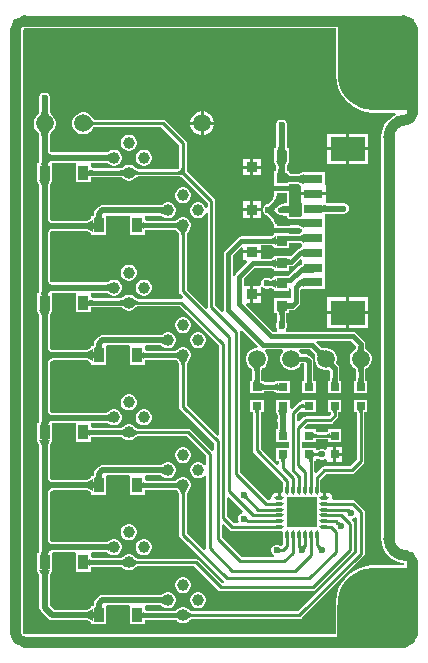
<source format=gbl>
G04*
G04 #@! TF.GenerationSoftware,Altium Limited,Altium Designer,25.3.2 (17)*
G04*
G04 Layer_Physical_Order=2*
G04 Layer_Color=16711680*
%FSLAX44Y44*%
%MOMM*%
G71*
G04*
G04 #@! TF.SameCoordinates,D9C597C5-9DFD-42FE-9E8E-5E5B82B02BC8*
G04*
G04*
G04 #@! TF.FilePolarity,Positive*
G04*
G01*
G75*
%ADD11C,0.4000*%
%ADD21C,0.8890*%
%ADD22C,0.3810*%
%ADD23C,0.5000*%
%ADD24R,3.1554X3.1594*%
%ADD25R,6.3304X4.4555*%
%ADD26R,3.1750X3.1555*%
%ADD27R,3.1533X6.3308*%
%ADD28C,1.0000*%
%ADD29C,6.3500*%
%ADD30C,0.6000*%
%ADD31R,0.8000X0.7000*%
%ADD32C,1.5000*%
%ADD33R,0.9100X1.2200*%
%ADD34R,0.9100X1.2200*%
%ADD35R,0.9500X0.9000*%
%ADD36R,2.5000X2.5000*%
G04:AMPARAMS|DCode=37|XSize=0.2746mm|YSize=0.8048mm|CornerRadius=0.1373mm|HoleSize=0mm|Usage=FLASHONLY|Rotation=180.000|XOffset=0mm|YOffset=0mm|HoleType=Round|Shape=RoundedRectangle|*
%AMROUNDEDRECTD37*
21,1,0.2746,0.5302,0,0,180.0*
21,1,0.0000,0.8048,0,0,180.0*
1,1,0.2746,0.0000,0.2651*
1,1,0.2746,0.0000,0.2651*
1,1,0.2746,0.0000,-0.2651*
1,1,0.2746,0.0000,-0.2651*
%
%ADD37ROUNDEDRECTD37*%
G04:AMPARAMS|DCode=38|XSize=0.2746mm|YSize=0.8048mm|CornerRadius=0.1373mm|HoleSize=0mm|Usage=FLASHONLY|Rotation=270.000|XOffset=0mm|YOffset=0mm|HoleType=Round|Shape=RoundedRectangle|*
%AMROUNDEDRECTD38*
21,1,0.2746,0.5302,0,0,270.0*
21,1,0.0000,0.8048,0,0,270.0*
1,1,0.2746,-0.2651,0.0000*
1,1,0.2746,-0.2651,0.0000*
1,1,0.2746,0.2651,0.0000*
1,1,0.2746,0.2651,0.0000*
%
%ADD38ROUNDEDRECTD38*%
%ADD39R,1.6000X0.8000*%
%ADD40R,3.0000X2.1000*%
%ADD41C,0.2794*%
G36*
X344999Y508576D02*
X344945Y506199D01*
X344513Y500960D01*
X343650Y495077D01*
X341547Y485045D01*
X339605Y477552D01*
X329065Y510606D01*
X336109Y521578D01*
X344999Y508576D01*
D02*
G37*
G36*
X275435Y486000D02*
X275470Y485825D01*
Y483361D01*
X276296Y478148D01*
X277927Y473129D01*
X280323Y468426D01*
X283425Y464157D01*
X287157Y460425D01*
X291426Y457323D01*
X296129Y454926D01*
X301148Y453296D01*
X306361Y452470D01*
X311639D01*
X312404Y452591D01*
X325904D01*
X326349Y450813D01*
X323462Y449270D01*
X320314Y446687D01*
X317731Y443539D01*
X315812Y439948D01*
X314630Y436052D01*
X314236Y432055D01*
X314212Y432055D01*
X314209Y432038D01*
X314212Y432026D01*
X314208Y431903D01*
X314208Y430277D01*
Y92000D01*
X314251Y91782D01*
X314629Y87948D01*
X315811Y84052D01*
X317730Y80461D01*
X320313Y77313D01*
X323461Y74730D01*
X327052Y72811D01*
X330948Y71629D01*
X333819Y71346D01*
X333732Y69568D01*
X309000D01*
X308808Y69530D01*
X306361D01*
X301148Y68704D01*
X296129Y67073D01*
X291426Y64677D01*
X287157Y61575D01*
X283425Y57843D01*
X280323Y53574D01*
X277927Y48871D01*
X276296Y43852D01*
X275470Y38639D01*
Y36175D01*
X275435Y36000D01*
Y10792D01*
X12032D01*
X11404Y11404D01*
X10792Y12032D01*
Y522968D01*
X11404Y523596D01*
X12032Y524208D01*
X275435D01*
Y486000D01*
D02*
G37*
G36*
X341558Y36818D02*
X343642Y26756D01*
X344497Y20863D01*
X344925Y15622D01*
X344978Y13247D01*
X336088Y11424D01*
X336017Y12436D01*
X335802Y13220D01*
X335444Y13776D01*
X334943Y14104D01*
X334298Y14204D01*
X333510Y14076D01*
X332579Y13720D01*
X331628Y13202D01*
X331133Y12337D01*
X330746Y11422D01*
X330578Y10649D01*
X330627Y10016D01*
X330894Y9523D01*
X331378Y9171D01*
X332080Y8960D01*
X333000Y8890D01*
X331563Y0D01*
X329185Y54D01*
X323947Y486D01*
X318065Y1349D01*
X308035Y3454D01*
X300544Y5397D01*
X330066Y14800D01*
X339635Y44342D01*
X341558Y36818D01*
D02*
G37*
%LPC*%
G36*
X163882Y453580D02*
X163830D01*
Y444810D01*
X172600D01*
Y444862D01*
X171916Y447415D01*
X170594Y449705D01*
X168725Y451574D01*
X166435Y452896D01*
X163882Y453580D01*
D02*
G37*
G36*
X161290D02*
X161238D01*
X158685Y452896D01*
X156395Y451574D01*
X154526Y449705D01*
X153204Y447415D01*
X152520Y444862D01*
Y444810D01*
X161290D01*
Y453580D01*
D02*
G37*
G36*
X172600Y442270D02*
X163830D01*
Y433500D01*
X163882D01*
X166435Y434184D01*
X168725Y435506D01*
X170594Y437375D01*
X171916Y439665D01*
X172600Y442218D01*
Y442270D01*
D02*
G37*
G36*
X161290D02*
X152520D01*
Y442218D01*
X153204Y439665D01*
X154526Y437375D01*
X156395Y435506D01*
X158685Y434184D01*
X161238Y433500D01*
X161290D01*
Y442270D01*
D02*
G37*
G36*
X303334Y434888D02*
X287064D01*
Y423118D01*
X303334D01*
Y434888D01*
D02*
G37*
G36*
X284524D02*
X268254D01*
Y423118D01*
X284524D01*
Y434888D01*
D02*
G37*
G36*
X101393Y433980D02*
X99607D01*
X97883Y433518D01*
X96337Y432625D01*
X95075Y431363D01*
X94182Y429817D01*
X93720Y428093D01*
Y426307D01*
X94182Y424583D01*
X95075Y423037D01*
X96337Y421775D01*
X97883Y420882D01*
X99607Y420420D01*
X101393D01*
X103117Y420882D01*
X104663Y421775D01*
X105925Y423037D01*
X106818Y424583D01*
X107280Y426307D01*
Y428093D01*
X106818Y429817D01*
X105925Y431363D01*
X104663Y432625D01*
X103117Y433518D01*
X101393Y433980D01*
D02*
G37*
G36*
X303334Y420578D02*
X287064D01*
Y408808D01*
X303334D01*
Y420578D01*
D02*
G37*
G36*
X284524D02*
X268254D01*
Y408808D01*
X284524D01*
Y420578D01*
D02*
G37*
G36*
X211998Y413494D02*
X205978D01*
Y407724D01*
X211998D01*
Y413494D01*
D02*
G37*
G36*
X203438D02*
X197418D01*
Y407724D01*
X203438D01*
Y413494D01*
D02*
G37*
G36*
X114093Y421280D02*
X112307D01*
X110583Y420818D01*
X109037Y419925D01*
X107775Y418663D01*
X106882Y417117D01*
X106420Y415393D01*
Y413607D01*
X106882Y411883D01*
X107775Y410337D01*
X109037Y409075D01*
X110583Y408182D01*
X112307Y407720D01*
X114093D01*
X115817Y408182D01*
X117363Y409075D01*
X118625Y410337D01*
X119518Y411883D01*
X119980Y413607D01*
Y415393D01*
X119518Y417117D01*
X118625Y418663D01*
X117363Y419925D01*
X115817Y420818D01*
X114093Y421280D01*
D02*
G37*
G36*
X211998Y405184D02*
X205978D01*
Y399414D01*
X211998D01*
Y405184D01*
D02*
G37*
G36*
X203438D02*
X197418D01*
Y399414D01*
X203438D01*
Y405184D01*
D02*
G37*
G36*
X230659Y446778D02*
X228757D01*
X227000Y446051D01*
X225656Y444706D01*
X224928Y442949D01*
Y441048D01*
X225344Y440043D01*
Y424203D01*
X225315Y423827D01*
X225225Y423218D01*
X225112Y422746D01*
X224993Y422420D01*
X224897Y422243D01*
X224895Y422240D01*
X224844Y422234D01*
X223178D01*
Y420446D01*
X223174Y420423D01*
X223178Y420401D01*
Y411507D01*
X223174Y411484D01*
X223178Y411462D01*
Y411461D01*
X223174Y411439D01*
X223178Y411422D01*
Y409674D01*
X223806D01*
X225344Y406210D01*
Y405203D01*
X225315Y404827D01*
X225225Y404218D01*
X225112Y403746D01*
X224993Y403420D01*
X224897Y403243D01*
X224895Y403240D01*
X224844Y403234D01*
X223178D01*
Y401446D01*
X223174Y401423D01*
X223178Y401401D01*
Y390674D01*
X234405D01*
X234428Y390670D01*
X234450Y390674D01*
X236238D01*
Y392003D01*
X236261Y392012D01*
X236628Y392112D01*
X237114Y392200D01*
X238165Y392287D01*
X243650D01*
X245211Y391734D01*
X246254Y390388D01*
X246254Y389105D01*
Y385118D01*
X256794D01*
X267334D01*
Y389105D01*
X267334Y390388D01*
X266574Y391851D01*
Y402128D01*
X248847D01*
X248825Y402132D01*
X248802Y402128D01*
X247014D01*
Y401759D01*
X243825Y401015D01*
X238223D01*
X237836Y401046D01*
X237230Y401138D01*
X236761Y401252D01*
X236439Y401372D01*
X236263Y401470D01*
X236248Y401483D01*
X236238Y401566D01*
Y403234D01*
X234572D01*
X234521Y403240D01*
X234519Y403243D01*
X234423Y403420D01*
X234304Y403746D01*
X234191Y404218D01*
X234101Y404827D01*
X234072Y405203D01*
Y406210D01*
X235609Y409674D01*
X236238D01*
Y411422D01*
X236242Y411439D01*
X236238Y411461D01*
Y411462D01*
X236242Y411484D01*
X236238Y411507D01*
Y420401D01*
X236242Y420423D01*
X236238Y420446D01*
Y422234D01*
X234572D01*
X234521Y422240D01*
X234519Y422243D01*
X234423Y422420D01*
X234304Y422746D01*
X234191Y423218D01*
X234101Y423827D01*
X234072Y424203D01*
Y440043D01*
X234488Y441048D01*
Y442949D01*
X233760Y444706D01*
X232416Y446051D01*
X230659Y446778D01*
D02*
G37*
G36*
X211998Y377577D02*
X205978D01*
Y371807D01*
X211998D01*
Y377577D01*
D02*
G37*
G36*
X203438D02*
X197418D01*
Y371807D01*
X203438D01*
Y377577D01*
D02*
G37*
G36*
X30101Y469600D02*
X28199D01*
X26442Y468872D01*
X25098Y467528D01*
X24370Y465771D01*
Y463869D01*
X24786Y462864D01*
Y454616D01*
X24749Y454229D01*
X24646Y453613D01*
X24506Y453045D01*
X24330Y452523D01*
X24121Y452045D01*
X23879Y451606D01*
X23602Y451203D01*
X23290Y450830D01*
X22877Y450424D01*
X22873Y450418D01*
X22867Y450414D01*
X22801Y450314D01*
X21724Y449238D01*
X20502Y447122D01*
X19870Y444762D01*
Y442318D01*
X20502Y439958D01*
X21724Y437842D01*
X22801Y436766D01*
X22867Y436666D01*
X22873Y436662D01*
X22877Y436656D01*
X23290Y436250D01*
X23602Y435877D01*
X23879Y435473D01*
X24121Y435035D01*
X24330Y434557D01*
X24506Y434035D01*
X24646Y433467D01*
X24749Y432851D01*
X24786Y432464D01*
Y414500D01*
Y411580D01*
X24763Y411255D01*
X24679Y410634D01*
X24574Y410148D01*
X24462Y409809D01*
X24398Y409680D01*
X22820D01*
Y407892D01*
X22816Y407869D01*
X22820Y407847D01*
Y395767D01*
X22816Y395746D01*
X22817Y395738D01*
X22816Y395731D01*
X22820Y395708D01*
Y393920D01*
X23404D01*
X24786Y390499D01*
Y356782D01*
Y304500D01*
Y301580D01*
X24763Y301255D01*
X24679Y300634D01*
X24574Y300148D01*
X24462Y299809D01*
X24398Y299680D01*
X22820D01*
Y297892D01*
X22816Y297869D01*
X22820Y297847D01*
Y285767D01*
X22816Y285746D01*
X22817Y285739D01*
X22816Y285730D01*
X22820Y285708D01*
Y283920D01*
X23404D01*
X24786Y280499D01*
Y247100D01*
Y194221D01*
Y191580D01*
X24763Y191255D01*
X24679Y190634D01*
X24574Y190148D01*
X24462Y189809D01*
X24398Y189680D01*
X22820D01*
Y187892D01*
X22816Y187869D01*
X22820Y187847D01*
Y175767D01*
X22816Y175746D01*
X22817Y175739D01*
X22816Y175730D01*
X22820Y175708D01*
Y173920D01*
X23404D01*
X24786Y170499D01*
Y137100D01*
Y84782D01*
Y81580D01*
X24763Y81255D01*
X24679Y80634D01*
X24574Y80148D01*
X24462Y79809D01*
X24398Y79680D01*
X22820D01*
Y77892D01*
X22816Y77870D01*
X22820Y77847D01*
Y65767D01*
X22816Y65746D01*
X22817Y65739D01*
X22816Y65731D01*
X22820Y65708D01*
Y63920D01*
X23404D01*
X24786Y60499D01*
Y33588D01*
X25118Y31918D01*
X26064Y30502D01*
X32552Y24014D01*
X33968Y23068D01*
X35638Y22736D01*
X65100D01*
X68620Y20976D01*
Y19220D01*
X81280D01*
Y34980D01*
X82869Y35436D01*
X99731D01*
X101320Y34980D01*
X101320Y33658D01*
Y19220D01*
X113980D01*
Y22973D01*
X114184Y23056D01*
X114511Y23144D01*
X114957Y23218D01*
X115271Y23246D01*
X139385D01*
X139458Y23239D01*
X139784Y23185D01*
X140082Y23113D01*
X140354Y23024D01*
X140603Y22919D01*
X140832Y22798D01*
X141044Y22660D01*
X141243Y22505D01*
X141490Y22274D01*
X141615Y22197D01*
X142137Y21675D01*
X143683Y20782D01*
X145407Y20320D01*
X147193D01*
X148917Y20782D01*
X150463Y21675D01*
X150996Y22207D01*
X151132Y22295D01*
X151508Y22658D01*
X151840Y22944D01*
X152161Y23186D01*
X152470Y23388D01*
X152766Y23550D01*
X153050Y23677D01*
X153323Y23771D01*
X153586Y23836D01*
X153757Y23861D01*
X244778D01*
X244778Y23861D01*
X246018Y24107D01*
X247069Y24810D01*
X299076Y76817D01*
X299076Y76817D01*
X299778Y77868D01*
X300025Y79108D01*
Y114808D01*
X300025Y114808D01*
X299778Y116048D01*
X299076Y117099D01*
X292338Y123836D01*
X291287Y124539D01*
X290048Y124785D01*
X290047Y124785D01*
X273980D01*
X272518Y126546D01*
X272214Y128073D01*
X271349Y129367D01*
X270055Y130232D01*
X268528Y130536D01*
X267147D01*
Y126546D01*
X264607D01*
Y130536D01*
X264219D01*
X263226Y130536D01*
X262568Y132218D01*
Y132947D01*
X262592Y133070D01*
Y141914D01*
X267299Y146621D01*
X289052D01*
X289052Y146621D01*
X290292Y146867D01*
X291343Y147570D01*
X298962Y155189D01*
X298962Y155189D01*
X299665Y156240D01*
X299911Y157480D01*
Y198730D01*
X299927Y198905D01*
X299961Y199110D01*
X302452D01*
Y209670D01*
X290892D01*
Y199110D01*
X293383D01*
X293417Y198905D01*
X293433Y198730D01*
Y158822D01*
X287710Y153099D01*
X265957D01*
X265957Y153099D01*
X264717Y152853D01*
X263666Y152150D01*
X263666Y152150D01*
X259235Y147719D01*
X257592Y148399D01*
Y157720D01*
X257596Y157792D01*
X257612Y157926D01*
X258505D01*
Y158817D01*
X259145Y159331D01*
X259718Y159703D01*
X260173Y159896D01*
X260253Y159868D01*
X260304Y159845D01*
X260329Y159831D01*
X260334Y159827D01*
X260406Y159762D01*
X260521Y159693D01*
X261060Y159154D01*
X262817Y158426D01*
X264719D01*
X266476Y159154D01*
X268156Y158320D01*
Y157156D01*
X273426D01*
Y163196D01*
Y169236D01*
X268156D01*
Y168093D01*
X266476Y167258D01*
X264719Y167986D01*
X262817D01*
X261060Y167258D01*
X260521Y166719D01*
X260406Y166650D01*
X260334Y166585D01*
X260329Y166581D01*
X260304Y166567D01*
X260253Y166544D01*
X260173Y166516D01*
X259707Y166714D01*
X259400Y166911D01*
X258505Y167644D01*
Y168486D01*
X247081D01*
Y173926D01*
X258505D01*
Y175912D01*
X258710Y175946D01*
X258885Y175962D01*
X268536D01*
X268711Y175946D01*
X268916Y175912D01*
Y173916D01*
X280476D01*
Y184476D01*
X268916D01*
Y182490D01*
X268711Y182456D01*
X268536Y182440D01*
X258885D01*
X258710Y182456D01*
X258505Y182490D01*
Y184486D01*
X249556D01*
X248876Y186129D01*
X251786Y189039D01*
X271018D01*
X271018Y189039D01*
X272258Y189285D01*
X273309Y189988D01*
X276991Y193670D01*
X276991Y193670D01*
X277694Y194721D01*
X277940Y195961D01*
X277940Y195961D01*
Y198730D01*
X277956Y198905D01*
X277990Y199110D01*
X280481D01*
Y209670D01*
X268921D01*
Y199110D01*
X271412D01*
X271446Y198905D01*
X271462Y198730D01*
Y197303D01*
X269676Y195517D01*
X250444D01*
X250444Y195517D01*
X249204Y195271D01*
X248153Y194569D01*
X248153Y194568D01*
X244150Y190565D01*
X242507Y191245D01*
Y196524D01*
X245637Y199654D01*
X246950Y199110D01*
Y199110D01*
X258510D01*
Y209670D01*
X246950D01*
Y208831D01*
X245792Y207629D01*
X244552Y207383D01*
X243501Y206681D01*
X243501Y206680D01*
X238307Y201486D01*
X236529Y202222D01*
Y209660D01*
X224969D01*
Y200933D01*
X224965Y200910D01*
X224969Y200888D01*
Y199100D01*
X225421D01*
X226390Y195814D01*
Y194412D01*
X225974Y193408D01*
Y191506D01*
X226390Y190501D01*
Y186200D01*
X226383Y185993D01*
X226321Y185355D01*
X226238Y184829D01*
X226156Y184486D01*
X224979D01*
Y182698D01*
X224975Y182676D01*
X224979Y182654D01*
Y173926D01*
X236029D01*
Y168486D01*
X224979D01*
Y157926D01*
X227470D01*
X227504Y157721D01*
X227520Y157546D01*
Y154796D01*
X225877Y154116D01*
X212027Y167966D01*
Y198730D01*
X212043Y198905D01*
X212077Y199110D01*
X214568D01*
Y209670D01*
X203008D01*
Y199110D01*
X205499D01*
X205533Y198905D01*
X205549Y198730D01*
Y166624D01*
X205549Y166624D01*
X205795Y165384D01*
X206497Y164333D01*
X231114Y139717D01*
Y133070D01*
X231138Y132947D01*
Y132218D01*
X230480Y130536D01*
X229487Y130536D01*
X229099D01*
Y126546D01*
X226559D01*
Y130536D01*
X225178D01*
X223651Y130232D01*
X222357Y129367D01*
X221492Y128073D01*
X221188Y126546D01*
X219726Y124785D01*
X217870D01*
X194755Y147900D01*
Y266954D01*
X194602Y267724D01*
X196157Y268684D01*
X209603Y255237D01*
X208867Y253459D01*
X207566D01*
X205206Y252827D01*
X203090Y251605D01*
X201362Y249877D01*
X200140Y247761D01*
X199508Y245401D01*
Y242957D01*
X200140Y240597D01*
X201362Y238481D01*
X203090Y236753D01*
X203876Y236299D01*
X203951Y236222D01*
X204210Y236045D01*
X204349Y235918D01*
X204481Y235760D01*
X204608Y235561D01*
X204728Y235309D01*
X204839Y234997D01*
X204933Y234622D01*
X205005Y234183D01*
X205031Y233905D01*
Y226818D01*
X205005Y226527D01*
X204936Y226112D01*
X204855Y225813D01*
X204797Y225670D01*
X203008D01*
Y215110D01*
X212735D01*
X212757Y215106D01*
X212780Y215110D01*
X214568D01*
Y216464D01*
X214614Y216479D01*
X214913Y216545D01*
X215724Y216628D01*
X222701D01*
X224969Y215693D01*
Y215100D01*
X226757D01*
X226779Y215096D01*
X226781Y215096D01*
X226783Y215096D01*
X226805Y215100D01*
X236529D01*
Y225660D01*
X226808D01*
X226787Y225664D01*
X226783Y225664D01*
X226779Y225664D01*
X226757Y225660D01*
X224969D01*
Y225069D01*
X222703Y224142D01*
X215612D01*
X215385Y224159D01*
X214945Y224219D01*
X214617Y224292D01*
X214568Y224308D01*
Y225670D01*
X212780D01*
X212779Y225670D01*
X212721Y225813D01*
X212640Y226112D01*
X212571Y226527D01*
X212545Y226818D01*
Y233905D01*
X212571Y234182D01*
X212643Y234622D01*
X212737Y234997D01*
X212848Y235309D01*
X212968Y235561D01*
X213095Y235760D01*
X213227Y235918D01*
X213366Y236045D01*
X213624Y236222D01*
X213700Y236299D01*
X214486Y236753D01*
X216214Y238481D01*
X217436Y240597D01*
X218068Y242957D01*
Y245401D01*
X217436Y247761D01*
X216214Y249877D01*
X215594Y250497D01*
X216331Y252275D01*
X230540D01*
X231276Y250497D01*
X230657Y249877D01*
X229435Y247761D01*
X228803Y245401D01*
Y242957D01*
X229435Y240597D01*
X230657Y238481D01*
X232385Y236753D01*
X234501Y235532D01*
X236861Y234899D01*
X239304D01*
X241665Y235532D01*
X243781Y236753D01*
X245508Y238481D01*
X246629Y240422D01*
X248942D01*
X248973Y240391D01*
Y225670D01*
X246950D01*
Y215110D01*
X258510D01*
Y225670D01*
X256487D01*
Y241947D01*
X256201Y243385D01*
X255387Y244604D01*
X253155Y246836D01*
X251936Y247650D01*
X250498Y247936D01*
X246629D01*
X245508Y249877D01*
X244889Y250497D01*
X245625Y252275D01*
X253968D01*
X257455Y248788D01*
X257634Y248573D01*
X257894Y248211D01*
X258092Y247880D01*
X258234Y247581D01*
X258327Y247317D01*
X258379Y247087D01*
X258397Y246882D01*
X258388Y246693D01*
X258331Y246386D01*
X258332Y246278D01*
X258097Y245401D01*
Y242957D01*
X258730Y240597D01*
X259951Y238481D01*
X261679Y236753D01*
X263795Y235532D01*
X266155Y234899D01*
X268599D01*
X269322Y235093D01*
X270720Y234177D01*
X270944Y233895D01*
Y226818D01*
X270918Y226527D01*
X270849Y226112D01*
X270768Y225813D01*
X270710Y225670D01*
X268921D01*
Y215110D01*
X280481D01*
Y225670D01*
X278692D01*
X278634Y225813D01*
X278553Y226112D01*
X278484Y226527D01*
X278458Y226818D01*
Y236352D01*
X278172Y237790D01*
X277358Y239009D01*
X276729Y239637D01*
X276654Y239724D01*
X276412Y240040D01*
X276233Y240310D01*
X276116Y240527D01*
X276054Y240680D01*
X276050Y240693D01*
X276657Y242957D01*
Y245401D01*
X276025Y247761D01*
X274803Y249877D01*
X273075Y251605D01*
X270959Y252827D01*
X268599Y253459D01*
X266155D01*
X265278Y253224D01*
X265171Y253225D01*
X264863Y253168D01*
X264674Y253160D01*
X264470Y253178D01*
X264239Y253229D01*
X263976Y253322D01*
X263677Y253464D01*
X263345Y253663D01*
X262984Y253922D01*
X262769Y254101D01*
X259007Y257863D01*
X259744Y259641D01*
X288512D01*
X292915Y255238D01*
Y254454D01*
X292889Y254176D01*
X292817Y253736D01*
X292723Y253361D01*
X292612Y253050D01*
X292491Y252798D01*
X292365Y252598D01*
X292233Y252441D01*
X292094Y252313D01*
X291835Y252136D01*
X291760Y252059D01*
X290974Y251605D01*
X289246Y249877D01*
X288024Y247761D01*
X287392Y245401D01*
Y242957D01*
X288024Y240597D01*
X289246Y238481D01*
X290974Y236753D01*
X291760Y236299D01*
X291835Y236222D01*
X292094Y236045D01*
X292233Y235918D01*
X292365Y235760D01*
X292491Y235561D01*
X292612Y235309D01*
X292723Y234997D01*
X292817Y234622D01*
X292889Y234183D01*
X292915Y233905D01*
Y226818D01*
X292889Y226527D01*
X292820Y226112D01*
X292739Y225813D01*
X292681Y225670D01*
X290892D01*
Y215110D01*
X302452D01*
Y225670D01*
X300663D01*
X300605Y225813D01*
X300524Y226112D01*
X300455Y226527D01*
X300429Y226818D01*
Y233905D01*
X300455Y234182D01*
X300527Y234622D01*
X300621Y234997D01*
X300732Y235309D01*
X300852Y235561D01*
X300979Y235760D01*
X301110Y235918D01*
X301250Y236045D01*
X301508Y236222D01*
X301584Y236299D01*
X302370Y236753D01*
X304098Y238481D01*
X305319Y240597D01*
X305952Y242957D01*
Y245401D01*
X305319Y247761D01*
X304098Y249877D01*
X302370Y251605D01*
X301583Y252059D01*
X301508Y252136D01*
X301250Y252313D01*
X301110Y252441D01*
X300979Y252598D01*
X300852Y252798D01*
X300732Y253050D01*
X300621Y253361D01*
X300527Y253736D01*
X300455Y254176D01*
X300429Y254454D01*
Y256794D01*
X300143Y258232D01*
X299329Y259451D01*
X292725Y266055D01*
X291506Y266869D01*
X290068Y267155D01*
X233850D01*
X233113Y268933D01*
X233760Y269580D01*
X234488Y271337D01*
Y273239D01*
X233760Y274996D01*
X233488Y275268D01*
X233465Y275606D01*
Y281776D01*
X233491Y282068D01*
X233560Y282486D01*
X233641Y282789D01*
X233696Y282924D01*
X236238D01*
Y285215D01*
X236373Y285270D01*
X236676Y285352D01*
X237094Y285421D01*
X237386Y285447D01*
X238658D01*
X240096Y285733D01*
X241315Y286547D01*
X244465Y289697D01*
X245279Y290916D01*
X245565Y292354D01*
Y302273D01*
X247014Y303068D01*
X266574D01*
Y314628D01*
X266574D01*
Y315568D01*
X266574D01*
Y326290D01*
X266574Y327598D01*
X266574Y328906D01*
Y339628D01*
X266574D01*
Y340568D01*
X266574D01*
Y351290D01*
X266574Y352598D01*
X266574Y353906D01*
Y363790D01*
X266574Y364628D01*
X266574Y366749D01*
X266918Y366832D01*
X267422Y366911D01*
X268414Y366984D01*
X279730D01*
X280735Y366568D01*
X282637D01*
X284394Y367296D01*
X285738Y368640D01*
X286466Y370397D01*
Y372299D01*
X285738Y374056D01*
X284394Y375400D01*
X282637Y376128D01*
X280735D01*
X279730Y375712D01*
X268293D01*
X268082Y375719D01*
X267846Y375742D01*
X267347Y377269D01*
X267334Y377464D01*
X267334Y378591D01*
Y382578D01*
X256794D01*
X246254D01*
Y378591D01*
X246254Y377308D01*
X247014Y375845D01*
Y366406D01*
X247014Y365568D01*
X245833Y364279D01*
X244113Y364068D01*
X238285D01*
X237855Y364106D01*
X237260Y364205D01*
X236802Y364328D01*
X236488Y364456D01*
X236312Y364563D01*
X236245Y364624D01*
X236238Y364635D01*
Y367317D01*
X230949D01*
X230941Y367319D01*
X230323Y367350D01*
X229791Y367430D01*
X229250Y367565D01*
X228695Y367760D01*
X228126Y368016D01*
X227540Y368338D01*
X226940Y368728D01*
X226880Y368773D01*
X226527Y370463D01*
X226615Y371023D01*
X227153Y371561D01*
X227536Y371886D01*
X228150Y372347D01*
X228750Y372737D01*
X229335Y373059D01*
X229904Y373315D01*
X230459Y373509D01*
X231001Y373644D01*
X231533Y373724D01*
X232150Y373755D01*
X232159Y373757D01*
X236238D01*
Y386317D01*
X223178D01*
Y382738D01*
X223176Y382729D01*
X223145Y382112D01*
X223065Y381580D01*
X222930Y381038D01*
X222736Y380484D01*
X222479Y379914D01*
X222158Y379329D01*
X221768Y378729D01*
X221307Y378115D01*
X220981Y377732D01*
X218361Y375112D01*
X217743D01*
X215986Y374384D01*
X214642Y373040D01*
X213914Y371283D01*
Y369381D01*
X214642Y367624D01*
X215986Y366280D01*
X217434Y365680D01*
X219563Y363551D01*
X220968Y361912D01*
X221585Y361073D01*
X222104Y360272D01*
X222514Y359528D01*
X222818Y358848D01*
X223021Y358237D01*
X223134Y357698D01*
X223178Y357100D01*
Y354757D01*
X234407D01*
X234429Y354753D01*
X234432Y354753D01*
X234434Y354753D01*
X234456Y354757D01*
X236238D01*
Y355225D01*
X237919Y355341D01*
X243528D01*
X246801Y353818D01*
X247014Y352128D01*
X247014Y351282D01*
X244661Y350105D01*
X236409D01*
X236238Y350113D01*
Y350401D01*
X234458D01*
X234437Y350405D01*
X234414Y350401D01*
X223178D01*
Y349054D01*
X220825Y347878D01*
X195785D01*
X194347Y347592D01*
X193128Y346777D01*
X182001Y335651D01*
X181187Y334432D01*
X180901Y332994D01*
Y285496D01*
X181107Y284458D01*
X179698Y283434D01*
X179641Y283410D01*
X173673Y289378D01*
Y377666D01*
X173673Y377666D01*
X173427Y378906D01*
X172724Y379957D01*
X150609Y402073D01*
X150423Y402305D01*
X150207Y402622D01*
X150023Y402945D01*
X149869Y403278D01*
X149743Y403623D01*
X149644Y403982D01*
X149572Y404358D01*
X149539Y404654D01*
Y426470D01*
X149293Y427710D01*
X148590Y428760D01*
X148590Y428760D01*
X131521Y445830D01*
X130470Y446533D01*
X129230Y446779D01*
X129230Y446779D01*
X71438D01*
X71268Y446795D01*
X70988Y446841D01*
X70772Y446896D01*
X70622Y446951D01*
X70533Y446997D01*
X70531Y446998D01*
X70498Y447122D01*
X69276Y449238D01*
X67548Y450966D01*
X65432Y452188D01*
X63072Y452820D01*
X60628D01*
X58268Y452188D01*
X56152Y450966D01*
X54424Y449238D01*
X53202Y447122D01*
X52570Y444762D01*
Y442318D01*
X53202Y439958D01*
X54424Y437842D01*
X56152Y436114D01*
X58268Y434892D01*
X60628Y434260D01*
X63072D01*
X65432Y434892D01*
X67548Y436114D01*
X69276Y437842D01*
X70498Y439958D01*
X70531Y440081D01*
X70533Y440083D01*
X70622Y440129D01*
X70772Y440184D01*
X70988Y440239D01*
X71268Y440285D01*
X71438Y440301D01*
X127888D01*
X143061Y425128D01*
Y405622D01*
X143027Y405432D01*
X142979Y405289D01*
X142941Y405217D01*
X142915Y405185D01*
X142883Y405159D01*
X142811Y405121D01*
X142668Y405073D01*
X142478Y405039D01*
X107957D01*
X107786Y405064D01*
X107523Y405129D01*
X107250Y405223D01*
X106966Y405350D01*
X106670Y405512D01*
X106361Y405714D01*
X106039Y405956D01*
X105708Y406242D01*
X105332Y406605D01*
X105196Y406693D01*
X104663Y407225D01*
X103117Y408118D01*
X101393Y408580D01*
X99607D01*
X97883Y408118D01*
X96337Y407225D01*
X95815Y406703D01*
X95690Y406626D01*
X95443Y406395D01*
X95244Y406240D01*
X95032Y406102D01*
X94803Y405981D01*
X94554Y405876D01*
X94282Y405787D01*
X93984Y405715D01*
X93658Y405661D01*
X93586Y405654D01*
X69845D01*
X68180Y406829D01*
X68180Y409680D01*
X69769Y410136D01*
X81496D01*
X81733Y410111D01*
X82057Y410058D01*
X82330Y409996D01*
X82550Y409928D01*
X82716Y409861D01*
X82830Y409801D01*
X82898Y409755D01*
X83025Y409643D01*
X83132Y409580D01*
X83637Y409075D01*
X85183Y408182D01*
X86907Y407720D01*
X88693D01*
X90417Y408182D01*
X91963Y409075D01*
X93225Y410337D01*
X94118Y411883D01*
X94580Y413607D01*
Y415393D01*
X94118Y417117D01*
X93225Y418663D01*
X91963Y419925D01*
X90417Y420818D01*
X88693Y421280D01*
X86907D01*
X85183Y420818D01*
X83637Y419925D01*
X83132Y419420D01*
X83025Y419357D01*
X82898Y419245D01*
X82830Y419199D01*
X82716Y419139D01*
X82550Y419072D01*
X82330Y419005D01*
X82057Y418942D01*
X81755Y418893D01*
X81404Y418864D01*
X35865D01*
X35297Y418964D01*
X34822Y419122D01*
X34464Y419315D01*
X34190Y419540D01*
X33965Y419814D01*
X33772Y420173D01*
X33614Y420647D01*
X33514Y421215D01*
Y432464D01*
X33551Y432851D01*
X33654Y433467D01*
X33794Y434035D01*
X33970Y434557D01*
X34179Y435035D01*
X34421Y435474D01*
X34698Y435877D01*
X35010Y436250D01*
X35423Y436656D01*
X35427Y436662D01*
X35433Y436666D01*
X35499Y436766D01*
X36576Y437842D01*
X37798Y439958D01*
X38430Y442318D01*
Y444762D01*
X37798Y447122D01*
X36576Y449238D01*
X35499Y450314D01*
X35433Y450414D01*
X35427Y450418D01*
X35423Y450424D01*
X35010Y450830D01*
X34698Y451203D01*
X34421Y451607D01*
X34179Y452045D01*
X33970Y452523D01*
X33794Y453045D01*
X33654Y453613D01*
X33551Y454229D01*
X33514Y454616D01*
Y462864D01*
X33930Y463869D01*
Y465771D01*
X33202Y467528D01*
X31858Y468872D01*
X30101Y469600D01*
D02*
G37*
G36*
X211998Y369267D02*
X205978D01*
Y363497D01*
X211998D01*
Y369267D01*
D02*
G37*
G36*
X203438D02*
X197418D01*
Y363497D01*
X203438D01*
Y369267D01*
D02*
G37*
G36*
X303334Y296388D02*
X287064D01*
Y284618D01*
X303334D01*
Y296388D01*
D02*
G37*
G36*
X284524D02*
X268254D01*
Y284618D01*
X284524D01*
Y296388D01*
D02*
G37*
G36*
X303334Y282078D02*
X287064D01*
Y270308D01*
X303334D01*
Y282078D01*
D02*
G37*
G36*
X284524D02*
X268254D01*
Y270308D01*
X284524D01*
Y282078D01*
D02*
G37*
G36*
X281236Y169236D02*
X275966D01*
Y164466D01*
X281236D01*
Y169236D01*
D02*
G37*
G36*
Y161926D02*
X275966D01*
Y157156D01*
X281236D01*
Y161926D01*
D02*
G37*
%LPD*%
G36*
X232230Y424473D02*
X232297Y423623D01*
X232408Y422873D01*
X232563Y422223D01*
X232763Y421673D01*
X233007Y421223D01*
X233295Y420873D01*
X233629Y420623D01*
X234006Y420473D01*
X234428Y420423D01*
X224988D01*
X225410Y420473D01*
X225788Y420623D01*
X226120Y420873D01*
X226409Y421223D01*
X226653Y421673D01*
X226853Y422223D01*
X227008Y422873D01*
X227119Y423623D01*
X227186Y424473D01*
X227208Y425423D01*
X232208D01*
X232230Y424473D01*
D02*
G37*
G36*
X232208Y406484D02*
X227208D01*
X224988Y411484D01*
X234428D01*
X232208Y406484D01*
D02*
G37*
G36*
X232230Y405473D02*
X232297Y404623D01*
X232408Y403873D01*
X232563Y403223D01*
X232763Y402673D01*
X233007Y402223D01*
X233295Y401873D01*
X233629Y401623D01*
X234006Y401473D01*
X234428Y401423D01*
X224988D01*
X225410Y401473D01*
X225788Y401623D01*
X226120Y401873D01*
X226409Y402223D01*
X226653Y402673D01*
X226853Y403223D01*
X227008Y403873D01*
X227119Y404623D01*
X227186Y405473D01*
X227208Y406423D01*
X232208D01*
X232230Y405473D01*
D02*
G37*
G36*
X234478Y400992D02*
X234627Y400605D01*
X234877Y400265D01*
X235228Y399969D01*
X235678Y399719D01*
X236227Y399515D01*
X236877Y399356D01*
X237628Y399242D01*
X238477Y399174D01*
X239428Y399151D01*
Y394151D01*
X238477Y394134D01*
X236877Y394001D01*
X236227Y393884D01*
X235678Y393734D01*
X235228Y393551D01*
X234877Y393334D01*
X234627Y393084D01*
X234478Y392801D01*
X234428Y392484D01*
Y401423D01*
X234478Y400992D01*
D02*
G37*
G36*
X248825Y392379D02*
X243825Y394151D01*
Y399151D01*
X248825Y400317D01*
Y392379D01*
D02*
G37*
G36*
X31675Y454782D02*
X31750Y453993D01*
X31875Y453245D01*
X32050Y452537D01*
X32275Y451868D01*
X32550Y451240D01*
X32875Y450653D01*
X33250Y450105D01*
X33675Y449598D01*
X34150Y449130D01*
X24150D01*
X24625Y449598D01*
X25050Y450105D01*
X25425Y450653D01*
X25750Y451240D01*
X26025Y451868D01*
X26250Y452537D01*
X26425Y453245D01*
X26550Y453993D01*
X26625Y454782D01*
X26650Y455611D01*
X31650D01*
X31675Y454782D01*
D02*
G37*
G36*
X68943Y446069D02*
X69118Y445831D01*
X69334Y445621D01*
X69592Y445440D01*
X69891Y445286D01*
X70232Y445160D01*
X70615Y445063D01*
X71039Y444993D01*
X71505Y444951D01*
X72013Y444937D01*
Y442143D01*
X71505Y442129D01*
X71039Y442087D01*
X70615Y442017D01*
X70232Y441920D01*
X69891Y441794D01*
X69592Y441640D01*
X69334Y441459D01*
X69118Y441249D01*
X68943Y441011D01*
X68810Y440746D01*
Y446334D01*
X68943Y446069D01*
D02*
G37*
G36*
X33675Y437482D02*
X33250Y436975D01*
X32875Y436427D01*
X32550Y435840D01*
X32275Y435212D01*
X32050Y434543D01*
X31875Y433835D01*
X31750Y433087D01*
X31675Y432298D01*
X31650Y431469D01*
X26650D01*
X26625Y432298D01*
X26550Y433087D01*
X26425Y433835D01*
X26250Y434543D01*
X26025Y435212D01*
X25750Y435840D01*
X25425Y436427D01*
X25050Y436975D01*
X24625Y437482D01*
X24150Y437950D01*
X34150D01*
X33675Y437482D01*
D02*
G37*
G36*
X84229Y411000D02*
X84015Y411190D01*
X83765Y411360D01*
X83479Y411510D01*
X83157Y411640D01*
X82799Y411750D01*
X82405Y411840D01*
X81975Y411910D01*
X81510Y411960D01*
X80470Y412000D01*
Y417000D01*
X81008Y417010D01*
X81975Y417090D01*
X82405Y417160D01*
X82799Y417250D01*
X83157Y417360D01*
X83479Y417490D01*
X83765Y417640D01*
X84015Y417810D01*
X84229Y418000D01*
Y411000D01*
D02*
G37*
G36*
X31700Y421050D02*
X31850Y420200D01*
X32100Y419450D01*
X32450Y418800D01*
X32900Y418250D01*
X33450Y417800D01*
X34100Y417450D01*
X34850Y417200D01*
X35700Y417050D01*
X36650Y417000D01*
Y412000D01*
X35700Y411950D01*
X34850Y411800D01*
X34100Y411550D01*
X33450Y411200D01*
X32900Y410750D01*
X32450Y410200D01*
X32100Y409550D01*
X32056Y409418D01*
X32155Y409119D01*
X32377Y408670D01*
X32640Y408320D01*
X32943Y408069D01*
X33286Y407920D01*
X33670Y407869D01*
X31696D01*
X31650Y407000D01*
X31070Y407869D01*
X24630D01*
X25014Y407920D01*
X25357Y408069D01*
X25661Y408320D01*
X25923Y408670D01*
X26145Y409119D01*
X26327Y409669D01*
X26468Y410320D01*
X26569Y411069D01*
X26630Y411920D01*
X26650Y412869D01*
X27737D01*
X26650Y414500D01*
X31650Y422000D01*
X31700Y421050D01*
D02*
G37*
G36*
X104484Y404900D02*
X104900Y404543D01*
X105317Y404227D01*
X105737Y403954D01*
X106159Y403723D01*
X106583Y403534D01*
X107009Y403386D01*
X107438Y403281D01*
X107868Y403218D01*
X108301Y403197D01*
Y400403D01*
X107868Y400382D01*
X107438Y400319D01*
X107009Y400214D01*
X106583Y400066D01*
X106159Y399877D01*
X105737Y399646D01*
X105317Y399372D01*
X104900Y399057D01*
X104484Y398700D01*
X104071Y398300D01*
Y400395D01*
X101913Y400385D01*
Y403215D01*
X101957Y403212D01*
X102080Y403209D01*
X104071Y403203D01*
Y405300D01*
X104484Y404900D01*
D02*
G37*
G36*
X147697Y405173D02*
X147717Y404622D01*
X147776Y404088D01*
X147875Y403570D01*
X148013Y403068D01*
X148191Y402583D01*
X148408Y402114D01*
X148665Y401662D01*
X148961Y401226D01*
X149297Y400806D01*
X149673Y400403D01*
X147697Y398427D01*
X147294Y398803D01*
X146874Y399139D01*
X146438Y399435D01*
X145986Y399692D01*
X145517Y399909D01*
X145032Y400087D01*
X144530Y400225D01*
X144012Y400324D01*
X143478Y400383D01*
X142927Y400403D01*
X142109Y403197D01*
X142640Y403225D01*
X143115Y403309D01*
X143534Y403448D01*
X143897Y403644D01*
X144205Y403895D01*
X144456Y404203D01*
X144652Y404566D01*
X144791Y404985D01*
X144875Y405460D01*
X144903Y405991D01*
X147697Y405173D01*
D02*
G37*
G36*
X96929Y398300D02*
X96624Y398585D01*
X96298Y398840D01*
X95951Y399065D01*
X95582Y399260D01*
X95191Y399425D01*
X94779Y399560D01*
X94346Y399665D01*
X93891Y399740D01*
X93415Y399785D01*
X92917Y399800D01*
Y403800D01*
X93415Y403815D01*
X93891Y403860D01*
X94346Y403935D01*
X94779Y404040D01*
X95191Y404175D01*
X95582Y404340D01*
X95951Y404535D01*
X96298Y404760D01*
X96624Y405015D01*
X96929Y405300D01*
Y398300D01*
D02*
G37*
G36*
X66385Y405420D02*
X66510Y405080D01*
X66715Y404780D01*
X66999Y404520D01*
X67362Y404300D01*
X67805Y404120D01*
X68327Y403980D01*
X68928Y403880D01*
X69609Y403820D01*
X70370Y403800D01*
Y399800D01*
X69609Y399780D01*
X68928Y399720D01*
X68327Y399620D01*
X67805Y399480D01*
X67362Y399300D01*
X66999Y399080D01*
X66715Y398820D01*
X66510Y398520D01*
X66385Y398180D01*
X66339Y397800D01*
Y405800D01*
X66385Y405420D01*
D02*
G37*
G36*
X31650Y390731D02*
X26650D01*
X24630Y395731D01*
X33670D01*
X31650Y390731D01*
D02*
G37*
G36*
X55520Y409680D02*
X55520Y408358D01*
Y393920D01*
X68180D01*
Y397673D01*
X68383Y397756D01*
X68712Y397844D01*
X69157Y397918D01*
X69471Y397946D01*
X93586D01*
X93658Y397939D01*
X93984Y397885D01*
X94282Y397813D01*
X94554Y397724D01*
X94803Y397619D01*
X95032Y397498D01*
X95244Y397360D01*
X95443Y397205D01*
X95690Y396974D01*
X95815Y396897D01*
X96337Y396375D01*
X97883Y395482D01*
X99607Y395020D01*
X101393D01*
X103117Y395482D01*
X104663Y396375D01*
X105196Y396907D01*
X105332Y396995D01*
X105708Y397358D01*
X106039Y397644D01*
X106361Y397886D01*
X106670Y398088D01*
X106966Y398250D01*
X107250Y398377D01*
X107523Y398471D01*
X107786Y398536D01*
X107957Y398561D01*
X143446D01*
X143742Y398528D01*
X144118Y398456D01*
X144477Y398357D01*
X144822Y398231D01*
X145155Y398077D01*
X145478Y397893D01*
X145795Y397677D01*
X146027Y397492D01*
X167195Y376324D01*
Y372282D01*
X165417Y372048D01*
X165318Y372417D01*
X164425Y373963D01*
X163163Y375225D01*
X161617Y376118D01*
X159893Y376580D01*
X158107D01*
X156383Y376118D01*
X154837Y375225D01*
X153575Y373963D01*
X152682Y372417D01*
X152220Y370693D01*
Y368907D01*
X152682Y367183D01*
X153575Y365637D01*
X154837Y364375D01*
X156383Y363482D01*
X158107Y363020D01*
X159893D01*
X161617Y363482D01*
X163163Y364375D01*
X164425Y365637D01*
X165318Y367183D01*
X165417Y367552D01*
X167195Y367318D01*
Y288036D01*
X167195Y288036D01*
X167278Y287615D01*
X165640Y286739D01*
X149539Y302840D01*
Y349643D01*
X149564Y349814D01*
X149629Y350077D01*
X149723Y350350D01*
X149850Y350634D01*
X150012Y350930D01*
X150214Y351239D01*
X150456Y351561D01*
X150742Y351892D01*
X151105Y352268D01*
X151193Y352405D01*
X151725Y352937D01*
X152618Y354483D01*
X153080Y356207D01*
Y357993D01*
X152618Y359717D01*
X151725Y361263D01*
X150463Y362525D01*
X148917Y363418D01*
X147193Y363880D01*
X145407D01*
X143683Y363418D01*
X142137Y362525D01*
X141615Y362003D01*
X141490Y361926D01*
X141243Y361695D01*
X141044Y361540D01*
X140832Y361402D01*
X140603Y361281D01*
X140354Y361176D01*
X140082Y361087D01*
X139784Y361015D01*
X139458Y360961D01*
X139385Y360954D01*
X115645D01*
X113980Y362129D01*
X113980Y364980D01*
X115569Y365436D01*
X127296D01*
X127533Y365411D01*
X127857Y365358D01*
X128130Y365296D01*
X128350Y365228D01*
X128516Y365161D01*
X128631Y365101D01*
X128698Y365055D01*
X128825Y364943D01*
X128932Y364880D01*
X129437Y364375D01*
X130983Y363482D01*
X132707Y363020D01*
X134493D01*
X136217Y363482D01*
X137763Y364375D01*
X139025Y365637D01*
X139918Y367183D01*
X140380Y368907D01*
Y370693D01*
X139918Y372417D01*
X139025Y373963D01*
X137763Y375225D01*
X136217Y376118D01*
X134493Y376580D01*
X132707D01*
X130983Y376118D01*
X129437Y375225D01*
X128932Y374720D01*
X128825Y374657D01*
X128698Y374545D01*
X128631Y374499D01*
X128516Y374439D01*
X128350Y374372D01*
X128130Y374305D01*
X127857Y374242D01*
X127555Y374193D01*
X127204Y374164D01*
X77879D01*
X76209Y373832D01*
X74793Y372886D01*
X71864Y369957D01*
X70918Y368541D01*
X70586Y366871D01*
Y365626D01*
X70544Y365234D01*
X70500Y364980D01*
X68620D01*
Y362906D01*
X65100Y361146D01*
X35865D01*
X35297Y361246D01*
X34822Y361404D01*
X34464Y361597D01*
X34190Y361822D01*
X33965Y362096D01*
X33772Y362455D01*
X33614Y362929D01*
X33514Y363497D01*
Y390499D01*
X34896Y393920D01*
X35480D01*
Y395708D01*
X35484Y395731D01*
X35483Y395738D01*
X35484Y395746D01*
X35480Y395767D01*
Y407847D01*
X35484Y407869D01*
X35480Y407892D01*
Y409680D01*
X37069Y410136D01*
X53931D01*
X55520Y409680D01*
D02*
G37*
G36*
X232059Y375568D02*
X231352Y375532D01*
X230645Y375426D01*
X229938Y375250D01*
X229231Y375002D01*
X228524Y374684D01*
X227817Y374295D01*
X227110Y373835D01*
X226403Y373305D01*
X225695Y372704D01*
X224988Y372032D01*
X221453Y375568D01*
X222125Y376275D01*
X222726Y376982D01*
X223256Y377689D01*
X223716Y378396D01*
X224105Y379103D01*
X224423Y379810D01*
X224670Y380518D01*
X224847Y381225D01*
X224953Y381932D01*
X224988Y382639D01*
X232059Y375568D01*
D02*
G37*
G36*
X264813Y375038D02*
X264963Y374789D01*
X265214Y374568D01*
X265564Y374377D01*
X266014Y374215D01*
X266563Y374083D01*
X267213Y373980D01*
X267964Y373907D01*
X269764Y373848D01*
Y368848D01*
X268813Y368833D01*
X267213Y368716D01*
X266563Y368613D01*
X266014Y368481D01*
X265564Y368319D01*
X265214Y368128D01*
X264963Y367907D01*
X264813Y367658D01*
X264764Y367379D01*
Y375317D01*
X264813Y375038D01*
D02*
G37*
G36*
X130029Y366300D02*
X129815Y366490D01*
X129565Y366660D01*
X129279Y366810D01*
X128957Y366940D01*
X128599Y367050D01*
X128205Y367140D01*
X127775Y367210D01*
X127310Y367260D01*
X126270Y367300D01*
Y372300D01*
X126808Y372310D01*
X127775Y372390D01*
X128205Y372460D01*
X128599Y372550D01*
X128957Y372660D01*
X129279Y372790D01*
X129565Y372940D01*
X129815Y373110D01*
X130029Y373300D01*
Y366300D01*
D02*
G37*
G36*
X77462Y366167D02*
X77558Y364981D01*
X77642Y364497D01*
X77750Y364087D01*
X77882Y363751D01*
X78039Y363488D01*
X78219Y363298D01*
X78423Y363182D01*
X78651Y363139D01*
X71248D01*
X71477Y363182D01*
X71681Y363298D01*
X71861Y363488D01*
X72017Y363751D01*
X72150Y364087D01*
X72258Y364497D01*
X72342Y364981D01*
X72402Y365537D01*
X72450Y366871D01*
X77450D01*
X77462Y366167D01*
D02*
G37*
G36*
X224486Y368371D02*
X225193Y367770D01*
X225900Y367239D01*
X226607Y366780D01*
X227314Y366391D01*
X228022Y366072D01*
X228729Y365825D01*
X229436Y365648D01*
X230143Y365542D01*
X230850Y365507D01*
X224988Y357226D01*
X224935Y357951D01*
X224776Y358711D01*
X224511Y359507D01*
X224140Y360337D01*
X223663Y361204D01*
X223079Y362105D01*
X222390Y363042D01*
X220693Y365022D01*
X219685Y366065D01*
X223779Y369042D01*
X224486Y368371D01*
D02*
G37*
G36*
X234453Y364230D02*
X234608Y363805D01*
X234862Y363430D01*
X235217Y363105D01*
X235670Y362830D01*
X236223Y362605D01*
X236875Y362430D01*
X237626Y362305D01*
X238477Y362230D01*
X239428Y362205D01*
Y357205D01*
X238477Y357198D01*
X235228Y356975D01*
X234877Y356893D01*
X234627Y356797D01*
X234478Y356689D01*
X234428Y356568D01*
X234397Y364705D01*
X234453Y364230D01*
D02*
G37*
G36*
X248825Y354879D02*
X243825Y357205D01*
Y362205D01*
X248825Y362817D01*
Y354879D01*
D02*
G37*
G36*
X142729Y353600D02*
X142424Y353885D01*
X142098Y354140D01*
X141751Y354365D01*
X141382Y354560D01*
X140991Y354725D01*
X140579Y354860D01*
X140146Y354965D01*
X139691Y355040D01*
X139215Y355085D01*
X138717Y355100D01*
Y359100D01*
X139215Y359115D01*
X139691Y359160D01*
X140146Y359235D01*
X140579Y359340D01*
X140991Y359475D01*
X141382Y359640D01*
X141751Y359835D01*
X142098Y360060D01*
X142424Y360315D01*
X142729Y360600D01*
Y353600D01*
D02*
G37*
G36*
X112185Y360720D02*
X112310Y360380D01*
X112515Y360080D01*
X112799Y359820D01*
X113162Y359600D01*
X113605Y359420D01*
X114127Y359280D01*
X114728Y359180D01*
X115409Y359120D01*
X116170Y359100D01*
Y355100D01*
X115409Y355080D01*
X114728Y355020D01*
X114127Y354920D01*
X113605Y354780D01*
X113162Y354600D01*
X112799Y354380D01*
X112515Y354120D01*
X112310Y353820D01*
X112185Y353480D01*
X112139Y353100D01*
Y361100D01*
X112185Y360720D01*
D02*
G37*
G36*
X70430Y351782D02*
X65430Y354282D01*
Y359282D01*
X70430Y361782D01*
Y351782D01*
D02*
G37*
G36*
X147712Y355643D02*
X147709Y355520D01*
X147703Y353529D01*
X149800D01*
X149400Y353116D01*
X149043Y352700D01*
X148728Y352283D01*
X148454Y351863D01*
X148223Y351441D01*
X148034Y351017D01*
X147886Y350591D01*
X147781Y350162D01*
X147718Y349732D01*
X147697Y349299D01*
X144903D01*
X144882Y349732D01*
X144819Y350162D01*
X144714Y350591D01*
X144566Y351017D01*
X144377Y351441D01*
X144146Y351863D01*
X143872Y352283D01*
X143557Y352700D01*
X143200Y353116D01*
X142800Y353529D01*
X144895D01*
X144885Y355687D01*
X147715D01*
X147712Y355643D01*
D02*
G37*
G36*
X31700Y363332D02*
X31850Y362482D01*
X32100Y361732D01*
X32450Y361082D01*
X32900Y360532D01*
X33450Y360082D01*
X34100Y359732D01*
X34850Y359482D01*
X35700Y359332D01*
X36650Y359282D01*
Y354282D01*
X35700Y354232D01*
X34850Y354082D01*
X34100Y353832D01*
X33450Y353482D01*
X32900Y353032D01*
X32450Y352482D01*
X32100Y351832D01*
X31850Y351082D01*
X31700Y350232D01*
X31650Y349282D01*
X26650Y356782D01*
X31650Y364282D01*
X31700Y363332D01*
D02*
G37*
G36*
X101320Y364980D02*
X101320Y363658D01*
Y349220D01*
X113980D01*
Y352974D01*
X114184Y353056D01*
X114511Y353144D01*
X114957Y353218D01*
X115271Y353246D01*
X139385D01*
X139458Y353239D01*
X139784Y353185D01*
X140082Y353113D01*
X140354Y353024D01*
X140603Y352919D01*
X140832Y352798D01*
X141044Y352660D01*
X141243Y352505D01*
X141490Y352274D01*
X141492Y352273D01*
X141495Y352268D01*
X141858Y351892D01*
X142144Y351561D01*
X142386Y351239D01*
X142588Y350930D01*
X142750Y350634D01*
X142877Y350350D01*
X142971Y350077D01*
X143036Y349814D01*
X143061Y349643D01*
Y301498D01*
X143061Y301498D01*
X143307Y300258D01*
X144010Y299207D01*
X146291Y296926D01*
X146233Y296565D01*
X144826Y295039D01*
X144826Y295039D01*
X107957D01*
X107786Y295064D01*
X107523Y295129D01*
X107250Y295223D01*
X106966Y295350D01*
X106670Y295512D01*
X106361Y295714D01*
X106039Y295956D01*
X105708Y296242D01*
X105332Y296605D01*
X105196Y296693D01*
X104663Y297225D01*
X103117Y298118D01*
X101393Y298580D01*
X99607D01*
X97883Y298118D01*
X96337Y297225D01*
X95815Y296703D01*
X95690Y296626D01*
X95443Y296395D01*
X95244Y296240D01*
X95032Y296102D01*
X94803Y295981D01*
X94554Y295876D01*
X94282Y295787D01*
X93984Y295715D01*
X93658Y295661D01*
X93586Y295654D01*
X69845D01*
X68180Y296829D01*
X68180Y299680D01*
X69769Y300136D01*
X81496D01*
X81733Y300111D01*
X82057Y300058D01*
X82330Y299996D01*
X82550Y299928D01*
X82716Y299861D01*
X82830Y299801D01*
X82898Y299755D01*
X83025Y299643D01*
X83132Y299580D01*
X83637Y299075D01*
X85183Y298182D01*
X86907Y297720D01*
X88693D01*
X90417Y298182D01*
X91963Y299075D01*
X93225Y300337D01*
X94118Y301883D01*
X94580Y303607D01*
Y305393D01*
X94118Y307117D01*
X93225Y308663D01*
X91963Y309925D01*
X90417Y310818D01*
X88693Y311280D01*
X86907D01*
X85183Y310818D01*
X83637Y309925D01*
X83132Y309420D01*
X83025Y309357D01*
X82898Y309245D01*
X82830Y309199D01*
X82716Y309139D01*
X82550Y309072D01*
X82330Y309004D01*
X82057Y308942D01*
X81755Y308893D01*
X81404Y308864D01*
X35865D01*
X35297Y308964D01*
X34822Y309122D01*
X34464Y309315D01*
X34190Y309540D01*
X33965Y309814D01*
X33772Y310173D01*
X33614Y310647D01*
X33514Y311215D01*
Y350067D01*
X33614Y350635D01*
X33772Y351110D01*
X33965Y351468D01*
X34190Y351743D01*
X34464Y351967D01*
X34822Y352160D01*
X35297Y352318D01*
X35865Y352418D01*
X65100D01*
X68620Y350658D01*
Y349220D01*
X81280D01*
Y364980D01*
X82869Y365436D01*
X99731D01*
X101320Y364980D01*
D02*
G37*
G36*
X248825Y342538D02*
X245014Y344443D01*
Y348253D01*
X248825Y350158D01*
Y342538D01*
D02*
G37*
G36*
X234466Y348526D02*
X234580Y348469D01*
X234770Y348418D01*
X235037Y348374D01*
X235380Y348337D01*
X236866Y348266D01*
X238237Y348253D01*
Y344443D01*
X237513Y344424D01*
X236865Y344367D01*
X236292Y344272D01*
X235794Y344138D01*
X235372Y343967D01*
X235026Y343757D01*
X234755Y343509D01*
X234560Y343224D01*
X234441Y342900D01*
X234397Y342538D01*
X234428Y348590D01*
X234466Y348526D01*
D02*
G37*
G36*
X224988Y340311D02*
X221178Y342216D01*
Y346026D01*
X224988Y347931D01*
Y340311D01*
D02*
G37*
G36*
X245995Y341924D02*
X247014Y340568D01*
Y339628D01*
X246402Y338103D01*
X244755Y337350D01*
X243873Y337174D01*
X242654Y336360D01*
X237922Y331628D01*
X236238Y331401D01*
Y331401D01*
X234457D01*
X234436Y331405D01*
X234413Y331401D01*
X223178D01*
Y330055D01*
X220825Y328878D01*
X211998D01*
Y333351D01*
X204708D01*
X197418D01*
Y327581D01*
X200056D01*
X200737Y325938D01*
X191145Y316347D01*
X190331Y315128D01*
X190193Y314436D01*
X188415Y314611D01*
Y331438D01*
X195640Y338662D01*
X197418Y337926D01*
Y335891D01*
X204708D01*
X211998D01*
Y340363D01*
X220825D01*
X223178Y339187D01*
Y337841D01*
X236238D01*
Y342360D01*
X236373Y342414D01*
X236676Y342496D01*
X237094Y342565D01*
X237386Y342591D01*
X244661D01*
X245995Y341924D01*
D02*
G37*
G36*
X248825Y330189D02*
X245311Y331798D01*
Y335608D01*
X248825Y337216D01*
Y330189D01*
D02*
G37*
G36*
X234463Y329333D02*
X234568Y329103D01*
X234744Y328901D01*
X234990Y328725D01*
X235306Y328576D01*
X235692Y328454D01*
X236149Y328360D01*
X236676Y328292D01*
X237274Y328252D01*
X237941Y328238D01*
Y324428D01*
X237273Y324412D01*
X236675Y324364D01*
X236146Y324283D01*
X235688Y324171D01*
X235298Y324026D01*
X234979Y323849D01*
X234729Y323640D01*
X234548Y323399D01*
X234438Y323125D01*
X234397Y322820D01*
X234428Y329590D01*
X234463Y329333D01*
D02*
G37*
G36*
X224988Y321311D02*
X221178Y323216D01*
Y327026D01*
X224988Y328931D01*
Y321311D01*
D02*
G37*
G36*
X247014Y328068D02*
X247014Y326290D01*
Y323807D01*
X245566Y323339D01*
X244572Y323141D01*
X243353Y322327D01*
X235511Y314484D01*
X234461D01*
X234440Y314488D01*
X234417Y314484D01*
X234392D01*
X234371Y314487D01*
X234356Y314484D01*
X223178D01*
Y313138D01*
X220825Y311961D01*
X220529D01*
X220234Y312256D01*
X218477Y312984D01*
X216575D01*
X214818Y312256D01*
X213474Y310912D01*
X212746Y309155D01*
Y307253D01*
X212766Y307204D01*
X211447Y305744D01*
X205978D01*
Y299974D01*
X211998D01*
Y304649D01*
X212350Y304851D01*
X213776Y305194D01*
X214818Y304152D01*
X216575Y303424D01*
X218477D01*
X220234Y304152D01*
X220506Y304424D01*
X220827Y304446D01*
X223178Y303270D01*
Y301924D01*
X236238D01*
Y304814D01*
X236273Y304824D01*
X238051Y303510D01*
Y295786D01*
X237926Y295702D01*
X236238Y295484D01*
Y295484D01*
X223178D01*
Y282924D01*
X225720D01*
X225774Y282789D01*
X225856Y282486D01*
X225925Y282068D01*
X225951Y281776D01*
Y275291D01*
X225656Y274996D01*
X224928Y273239D01*
Y271337D01*
X225656Y269580D01*
X226303Y268933D01*
X225566Y267155D01*
X222282D01*
X199416Y290021D01*
X200097Y291664D01*
X203438D01*
Y298704D01*
Y305744D01*
X197559D01*
Y312134D01*
X206789Y321363D01*
X220825D01*
X223178Y320187D01*
Y318841D01*
X236238D01*
Y322437D01*
X236500Y322501D01*
X236885Y322560D01*
X237083Y322576D01*
X237941D01*
X239379Y322862D01*
X240598Y323676D01*
X245236Y328315D01*
X247014Y328068D01*
D02*
G37*
G36*
X248825Y317379D02*
X246010Y317765D01*
Y321575D01*
X248825Y322485D01*
Y317379D01*
D02*
G37*
G36*
X224988Y304394D02*
X221197Y306290D01*
X219926Y306203D01*
X219809Y306174D01*
X219723Y306141D01*
X219668Y306104D01*
Y310304D01*
X219723Y310267D01*
X219809Y310234D01*
X219926Y310205D01*
X220076Y310179D01*
X220471Y310140D01*
X220994Y310117D01*
X221189Y310114D01*
X224988Y312014D01*
Y304394D01*
D02*
G37*
G36*
X234453Y312649D02*
X234530Y312628D01*
X234657Y312609D01*
X234836Y312593D01*
X236062Y312552D01*
X236982Y312547D01*
Y308737D01*
X236496Y308731D01*
X235342Y308633D01*
X235058Y308575D01*
X234825Y308503D01*
X234643Y308419D01*
X234510Y308321D01*
X234428Y308211D01*
X234397Y308088D01*
X234428Y312673D01*
X234453Y312649D01*
D02*
G37*
G36*
X248825Y305297D02*
X245311Y306906D01*
Y310716D01*
X248825Y312325D01*
Y305297D01*
D02*
G37*
G36*
X84229Y301000D02*
X84015Y301190D01*
X83765Y301360D01*
X83479Y301510D01*
X83157Y301640D01*
X82799Y301750D01*
X82405Y301840D01*
X81975Y301910D01*
X81510Y301960D01*
X80470Y302000D01*
Y307000D01*
X81008Y307010D01*
X81975Y307090D01*
X82405Y307160D01*
X82799Y307250D01*
X83157Y307360D01*
X83479Y307490D01*
X83765Y307640D01*
X84015Y307810D01*
X84229Y308000D01*
Y301000D01*
D02*
G37*
G36*
X31700Y311050D02*
X31850Y310200D01*
X32100Y309450D01*
X32450Y308800D01*
X32900Y308250D01*
X33450Y307800D01*
X34100Y307450D01*
X34850Y307200D01*
X35700Y307050D01*
X36650Y307000D01*
Y302000D01*
X35700Y301950D01*
X34850Y301800D01*
X34100Y301550D01*
X33450Y301200D01*
X32900Y300750D01*
X32450Y300200D01*
X32100Y299550D01*
X32056Y299418D01*
X32155Y299119D01*
X32377Y298669D01*
X32640Y298319D01*
X32943Y298069D01*
X33286Y297920D01*
X33670Y297869D01*
X31696D01*
X31650Y297000D01*
X31070Y297869D01*
X24630D01*
X25014Y297920D01*
X25357Y298069D01*
X25661Y298319D01*
X25923Y298669D01*
X26145Y299119D01*
X26327Y299669D01*
X26468Y300319D01*
X26569Y301070D01*
X26630Y301919D01*
X26650Y302869D01*
X27737D01*
X26650Y304500D01*
X31650Y312000D01*
X31700Y311050D01*
D02*
G37*
G36*
X104484Y294900D02*
X104900Y294543D01*
X105317Y294228D01*
X105737Y293954D01*
X106159Y293723D01*
X106583Y293533D01*
X107009Y293386D01*
X107438Y293281D01*
X107868Y293218D01*
X108301Y293197D01*
Y290403D01*
X107868Y290382D01*
X107438Y290319D01*
X107009Y290214D01*
X106583Y290067D01*
X106159Y289877D01*
X105737Y289646D01*
X105317Y289373D01*
X104900Y289057D01*
X104484Y288700D01*
X104071Y288300D01*
Y290395D01*
X101913Y290385D01*
Y293215D01*
X101957Y293212D01*
X102080Y293209D01*
X104071Y293203D01*
Y295300D01*
X104484Y294900D01*
D02*
G37*
G36*
X96929Y288300D02*
X96624Y288585D01*
X96298Y288840D01*
X95951Y289065D01*
X95582Y289260D01*
X95191Y289425D01*
X94779Y289560D01*
X94346Y289665D01*
X93891Y289740D01*
X93415Y289785D01*
X92917Y289800D01*
Y293800D01*
X93415Y293815D01*
X93891Y293860D01*
X94346Y293935D01*
X94779Y294040D01*
X95191Y294175D01*
X95582Y294340D01*
X95951Y294535D01*
X96298Y294760D01*
X96624Y295015D01*
X96929Y295300D01*
Y288300D01*
D02*
G37*
G36*
X66385Y295420D02*
X66510Y295080D01*
X66715Y294780D01*
X66999Y294520D01*
X67362Y294300D01*
X67805Y294120D01*
X68327Y293980D01*
X68928Y293880D01*
X69609Y293820D01*
X70370Y293800D01*
Y289800D01*
X69609Y289780D01*
X68928Y289720D01*
X68327Y289620D01*
X67805Y289480D01*
X67362Y289300D01*
X66999Y289080D01*
X66715Y288820D01*
X66510Y288520D01*
X66385Y288180D01*
X66339Y287800D01*
Y295800D01*
X66385Y295420D01*
D02*
G37*
G36*
X234441Y292652D02*
X234560Y292328D01*
X234755Y292042D01*
X235026Y291795D01*
X235372Y291585D01*
X235794Y291414D01*
X236292Y291280D01*
X236865Y291185D01*
X237513Y291128D01*
X238237Y291109D01*
Y287299D01*
X237513Y287280D01*
X236865Y287223D01*
X236292Y287127D01*
X235794Y286994D01*
X235372Y286823D01*
X235026Y286613D01*
X234755Y286366D01*
X234560Y286080D01*
X234441Y285756D01*
X234397Y285394D01*
Y293014D01*
X234441Y292652D01*
D02*
G37*
G36*
X233156Y284721D02*
X232832Y284602D01*
X232546Y284407D01*
X232299Y284136D01*
X232089Y283790D01*
X231918Y283368D01*
X231784Y282870D01*
X231689Y282297D01*
X231632Y281649D01*
X231613Y280924D01*
X227803D01*
X227784Y281649D01*
X227727Y282297D01*
X227631Y282870D01*
X227498Y283368D01*
X227327Y283790D01*
X227117Y284136D01*
X226870Y284407D01*
X226584Y284602D01*
X226260Y284721D01*
X225898Y284765D01*
X233518D01*
X233156Y284721D01*
D02*
G37*
G36*
X31650Y280730D02*
X26650D01*
X24630Y285730D01*
X33670D01*
X31650Y280730D01*
D02*
G37*
G36*
X231615Y276065D02*
X231709Y274688D01*
X231738Y274571D01*
X231771Y274485D01*
X231808Y274430D01*
X227608D01*
X227645Y274485D01*
X227678Y274571D01*
X227707Y274688D01*
X227733Y274838D01*
X227772Y275233D01*
X227795Y275756D01*
X227803Y276406D01*
X231613D01*
X231615Y276065D01*
D02*
G37*
G36*
X130029Y256300D02*
X129815Y256490D01*
X129565Y256660D01*
X129279Y256810D01*
X128957Y256940D01*
X128599Y257050D01*
X128205Y257140D01*
X127775Y257210D01*
X127310Y257260D01*
X126270Y257300D01*
Y262300D01*
X126808Y262310D01*
X127775Y262390D01*
X128205Y262460D01*
X128599Y262550D01*
X128957Y262660D01*
X129279Y262790D01*
X129565Y262940D01*
X129815Y263110D01*
X130029Y263300D01*
Y256300D01*
D02*
G37*
G36*
X77462Y256167D02*
X77558Y254981D01*
X77642Y254497D01*
X77750Y254087D01*
X77882Y253751D01*
X78039Y253488D01*
X78219Y253298D01*
X78423Y253182D01*
X78651Y253139D01*
X71248D01*
X71477Y253182D01*
X71681Y253298D01*
X71861Y253488D01*
X72017Y253751D01*
X72150Y254087D01*
X72258Y254497D01*
X72342Y254981D01*
X72402Y255537D01*
X72450Y256871D01*
X77450D01*
X77462Y256167D01*
D02*
G37*
G36*
X55520Y299680D02*
X55520Y298358D01*
Y283920D01*
X68180D01*
Y287673D01*
X68383Y287756D01*
X68712Y287844D01*
X69157Y287918D01*
X69471Y287946D01*
X93586D01*
X93658Y287939D01*
X93984Y287885D01*
X94282Y287813D01*
X94554Y287724D01*
X94803Y287619D01*
X95032Y287498D01*
X95244Y287360D01*
X95443Y287205D01*
X95690Y286974D01*
X95815Y286897D01*
X96337Y286375D01*
X97883Y285482D01*
X99607Y285020D01*
X101393D01*
X103117Y285482D01*
X104663Y286375D01*
X105196Y286907D01*
X105332Y286995D01*
X105708Y287358D01*
X106039Y287644D01*
X106361Y287886D01*
X106670Y288088D01*
X106966Y288250D01*
X107250Y288377D01*
X107523Y288471D01*
X107786Y288536D01*
X107957Y288561D01*
X143484D01*
X177103Y254942D01*
Y179749D01*
X175460Y179069D01*
X149539Y204990D01*
Y239643D01*
X149564Y239814D01*
X149629Y240077D01*
X149723Y240350D01*
X149850Y240634D01*
X150012Y240930D01*
X150214Y241239D01*
X150456Y241560D01*
X150742Y241892D01*
X151105Y242268D01*
X151193Y242404D01*
X151725Y242937D01*
X152618Y244483D01*
X153080Y246207D01*
Y247993D01*
X152618Y249717D01*
X151725Y251263D01*
X150463Y252525D01*
X148917Y253418D01*
X147193Y253880D01*
X145407D01*
X143683Y253418D01*
X142137Y252525D01*
X141615Y252003D01*
X141490Y251926D01*
X141243Y251695D01*
X141044Y251540D01*
X140832Y251402D01*
X140603Y251281D01*
X140354Y251176D01*
X140082Y251087D01*
X139784Y251015D01*
X139458Y250961D01*
X139385Y250954D01*
X115645D01*
X113980Y252129D01*
X113980Y254980D01*
X115569Y255436D01*
X127296D01*
X127533Y255411D01*
X127857Y255358D01*
X128130Y255296D01*
X128350Y255228D01*
X128516Y255161D01*
X128631Y255101D01*
X128698Y255055D01*
X128825Y254943D01*
X128932Y254880D01*
X129437Y254375D01*
X130983Y253482D01*
X132707Y253020D01*
X134493D01*
X136217Y253482D01*
X137763Y254375D01*
X139025Y255637D01*
X139918Y257183D01*
X140380Y258907D01*
Y260693D01*
X139918Y262417D01*
X139025Y263963D01*
X137763Y265225D01*
X136217Y266118D01*
X134493Y266580D01*
X132707D01*
X130983Y266118D01*
X129437Y265225D01*
X128932Y264720D01*
X128825Y264657D01*
X128698Y264545D01*
X128631Y264499D01*
X128516Y264439D01*
X128350Y264372D01*
X128130Y264304D01*
X127857Y264242D01*
X127555Y264193D01*
X127204Y264164D01*
X77879D01*
X76209Y263832D01*
X74793Y262886D01*
X71864Y259957D01*
X70918Y258541D01*
X70586Y256871D01*
Y255627D01*
X70544Y255234D01*
X70500Y254980D01*
X68620D01*
Y253224D01*
X65100Y251464D01*
X35865D01*
X35297Y251564D01*
X34822Y251722D01*
X34464Y251915D01*
X34190Y252140D01*
X33965Y252414D01*
X33772Y252772D01*
X33614Y253247D01*
X33514Y253815D01*
Y280499D01*
X34896Y283920D01*
X35480D01*
Y285708D01*
X35484Y285730D01*
X35483Y285739D01*
X35484Y285746D01*
X35480Y285767D01*
Y297847D01*
X35484Y297869D01*
X35480Y297892D01*
Y299680D01*
X37069Y300136D01*
X53931D01*
X55520Y299680D01*
D02*
G37*
G36*
X298596Y254571D02*
X298653Y253945D01*
X298748Y253367D01*
X298882Y252836D01*
X299053Y252352D01*
X299263Y251915D01*
X299510Y251526D01*
X299796Y251183D01*
X300120Y250888D01*
X300482Y250639D01*
X292862D01*
X293224Y250888D01*
X293548Y251183D01*
X293833Y251526D01*
X294081Y251915D01*
X294291Y252352D01*
X294462Y252836D01*
X294595Y253367D01*
X294691Y253945D01*
X294748Y254571D01*
X294767Y255243D01*
X298577D01*
X298596Y254571D01*
D02*
G37*
G36*
X261390Y252888D02*
X261873Y252486D01*
X262349Y252144D01*
X262819Y251863D01*
X263282Y251642D01*
X263739Y251481D01*
X264190Y251381D01*
X264634Y251341D01*
X265072Y251361D01*
X265503Y251441D01*
X260115Y246053D01*
X260196Y246485D01*
X260216Y246922D01*
X260175Y247367D01*
X260075Y247817D01*
X259914Y248274D01*
X259693Y248738D01*
X259412Y249208D01*
X259071Y249684D01*
X258669Y250167D01*
X258207Y250656D01*
X260901Y253350D01*
X261390Y252888D01*
D02*
G37*
G36*
X142729Y243600D02*
X142424Y243885D01*
X142098Y244140D01*
X141751Y244365D01*
X141382Y244560D01*
X140991Y244725D01*
X140579Y244860D01*
X140146Y244965D01*
X139691Y245040D01*
X139215Y245085D01*
X138717Y245100D01*
Y249100D01*
X139215Y249115D01*
X139691Y249160D01*
X140146Y249235D01*
X140579Y249340D01*
X140991Y249475D01*
X141382Y249640D01*
X141751Y249835D01*
X142098Y250060D01*
X142424Y250315D01*
X142729Y250600D01*
Y243600D01*
D02*
G37*
G36*
X112185Y250720D02*
X112310Y250380D01*
X112515Y250080D01*
X112799Y249820D01*
X113162Y249600D01*
X113605Y249420D01*
X114127Y249280D01*
X114728Y249180D01*
X115409Y249120D01*
X116170Y249100D01*
Y245100D01*
X115409Y245080D01*
X114728Y245020D01*
X114127Y244920D01*
X113605Y244780D01*
X113162Y244600D01*
X112799Y244380D01*
X112515Y244120D01*
X112310Y243820D01*
X112185Y243480D01*
X112139Y243100D01*
Y251100D01*
X112185Y250720D01*
D02*
G37*
G36*
X70430Y242100D02*
X65430Y244600D01*
Y249600D01*
X70430Y252100D01*
Y242100D01*
D02*
G37*
G36*
X210851Y241983D02*
X210818Y241897D01*
X210789Y241779D01*
X210763Y241629D01*
X210724Y241234D01*
X210701Y240712D01*
X210693Y240062D01*
X206883D01*
X206881Y240403D01*
X206787Y241779D01*
X206758Y241897D01*
X206725Y241983D01*
X206688Y242037D01*
X210888D01*
X210851Y241983D01*
D02*
G37*
G36*
X31700Y253650D02*
X31850Y252800D01*
X32100Y252050D01*
X32450Y251400D01*
X32900Y250850D01*
X33450Y250400D01*
X34100Y250050D01*
X34850Y249800D01*
X35700Y249650D01*
X36650Y249600D01*
Y244600D01*
X35700Y244550D01*
X34850Y244400D01*
X34100Y244150D01*
X33450Y243800D01*
X32900Y243350D01*
X32450Y242800D01*
X32100Y242150D01*
X31850Y241400D01*
X31700Y240550D01*
X31650Y239600D01*
X26650Y247100D01*
X31650Y254600D01*
X31700Y253650D01*
D02*
G37*
G36*
X147712Y245643D02*
X147709Y245520D01*
X147703Y243529D01*
X149800D01*
X149400Y243116D01*
X149043Y242700D01*
X148728Y242283D01*
X148454Y241863D01*
X148223Y241441D01*
X148034Y241017D01*
X147886Y240591D01*
X147781Y240162D01*
X147718Y239732D01*
X147697Y239299D01*
X144903D01*
X144882Y239732D01*
X144819Y240162D01*
X144714Y240591D01*
X144566Y241017D01*
X144377Y241441D01*
X144146Y241863D01*
X143872Y242283D01*
X143557Y242700D01*
X143200Y243116D01*
X142800Y243529D01*
X144895D01*
X144885Y245687D01*
X147715D01*
X147712Y245643D01*
D02*
G37*
G36*
X101320Y254980D02*
X101320Y253658D01*
Y239220D01*
X113980D01*
Y242973D01*
X114184Y243056D01*
X114511Y243144D01*
X114957Y243218D01*
X115271Y243246D01*
X139385D01*
X139458Y243239D01*
X139784Y243185D01*
X140082Y243113D01*
X140354Y243024D01*
X140603Y242919D01*
X140832Y242798D01*
X141044Y242660D01*
X141243Y242505D01*
X141490Y242274D01*
X141492Y242273D01*
X141495Y242268D01*
X141858Y241892D01*
X142144Y241560D01*
X142386Y241239D01*
X142588Y240930D01*
X142750Y240634D01*
X142877Y240350D01*
X142971Y240077D01*
X143036Y239814D01*
X143061Y239643D01*
Y203648D01*
X143061Y203648D01*
X143307Y202408D01*
X144010Y201357D01*
X172529Y172838D01*
Y167053D01*
X170751Y166316D01*
X152977Y184090D01*
X151926Y184793D01*
X150686Y185039D01*
X150686Y185039D01*
X107957D01*
X107786Y185064D01*
X107523Y185129D01*
X107250Y185223D01*
X106966Y185350D01*
X106670Y185512D01*
X106361Y185714D01*
X106039Y185956D01*
X105708Y186242D01*
X105332Y186605D01*
X105196Y186693D01*
X104663Y187225D01*
X103117Y188118D01*
X101393Y188580D01*
X99607D01*
X97883Y188118D01*
X96337Y187225D01*
X95815Y186703D01*
X95690Y186626D01*
X95443Y186395D01*
X95244Y186240D01*
X95032Y186102D01*
X94803Y185981D01*
X94554Y185876D01*
X94282Y185787D01*
X93984Y185715D01*
X93658Y185661D01*
X93586Y185654D01*
X69845D01*
X68180Y186829D01*
X68180Y189680D01*
X69885Y189858D01*
X81642D01*
X81952Y189834D01*
X82268Y189788D01*
X82553Y189728D01*
X82786Y189663D01*
X82966Y189597D01*
X83092Y189537D01*
X83168Y189491D01*
X83300Y189387D01*
X83352Y189359D01*
X83637Y189075D01*
X85183Y188182D01*
X86907Y187720D01*
X88693D01*
X90417Y188182D01*
X91963Y189075D01*
X93225Y190337D01*
X94118Y191883D01*
X94580Y193607D01*
Y195393D01*
X94118Y197117D01*
X93225Y198663D01*
X91963Y199925D01*
X90417Y200818D01*
X88693Y201280D01*
X86907D01*
X85183Y200818D01*
X83637Y199925D01*
X82864Y199153D01*
X82765Y199087D01*
X82646Y198969D01*
X82589Y198927D01*
X82489Y198869D01*
X82338Y198803D01*
X82133Y198734D01*
X81873Y198670D01*
X81584Y198619D01*
X81206Y198585D01*
X35865D01*
X35297Y198685D01*
X34822Y198844D01*
X34464Y199037D01*
X34190Y199261D01*
X33965Y199536D01*
X33772Y199894D01*
X33614Y200368D01*
X33514Y200936D01*
Y240385D01*
X33614Y240953D01*
X33772Y241427D01*
X33965Y241786D01*
X34190Y242060D01*
X34464Y242285D01*
X34822Y242478D01*
X35297Y242636D01*
X35865Y242736D01*
X65100D01*
X68620Y240976D01*
Y239220D01*
X81280D01*
Y254980D01*
X82869Y255436D01*
X99731D01*
X101320Y254980D01*
D02*
G37*
G36*
X274235Y241056D02*
X274209Y240758D01*
X274240Y240441D01*
X274328Y240105D01*
X274473Y239751D01*
X274674Y239378D01*
X274933Y238986D01*
X275248Y238576D01*
X275619Y238147D01*
X276048Y237699D01*
X273354Y235005D01*
X272881Y235460D01*
X271997Y236200D01*
X271586Y236484D01*
X271195Y236712D01*
X270825Y236883D01*
X270476Y236998D01*
X270147Y237056D01*
X269838Y237057D01*
X269550Y237001D01*
X274317Y241336D01*
X274235Y241056D01*
D02*
G37*
G36*
X300120Y237471D02*
X299796Y237175D01*
X299510Y236833D01*
X299263Y236443D01*
X299053Y236006D01*
X298882Y235522D01*
X298748Y234991D01*
X298653Y234413D01*
X298596Y233788D01*
X298577Y233115D01*
X294767D01*
X294748Y233788D01*
X294691Y234413D01*
X294595Y234991D01*
X294462Y235522D01*
X294291Y236006D01*
X294081Y236443D01*
X293833Y236833D01*
X293548Y237175D01*
X293224Y237471D01*
X292862Y237719D01*
X300482D01*
X300120Y237471D01*
D02*
G37*
G36*
X212236D02*
X211912Y237175D01*
X211626Y236833D01*
X211379Y236443D01*
X211169Y236006D01*
X210998Y235522D01*
X210864Y234991D01*
X210769Y234413D01*
X210712Y233788D01*
X210693Y233115D01*
X206883D01*
X206864Y233788D01*
X206807Y234413D01*
X206712Y234991D01*
X206578Y235522D01*
X206407Y236006D01*
X206197Y236443D01*
X205949Y236833D01*
X205664Y237175D01*
X205340Y237471D01*
X204978Y237719D01*
X212598D01*
X212236Y237471D01*
D02*
G37*
G36*
X298596Y226946D02*
X298653Y226298D01*
X298748Y225726D01*
X298882Y225231D01*
X299053Y224812D01*
X299263Y224469D01*
X299510Y224202D01*
X299796Y224012D01*
X300120Y223898D01*
X300482Y223860D01*
X292862D01*
X293224Y223898D01*
X293548Y224012D01*
X293833Y224202D01*
X294081Y224469D01*
X294291Y224812D01*
X294462Y225231D01*
X294595Y225726D01*
X294691Y226298D01*
X294748Y226946D01*
X294767Y227670D01*
X298577D01*
X298596Y226946D01*
D02*
G37*
G36*
X276625D02*
X276682Y226298D01*
X276777Y225726D01*
X276911Y225231D01*
X277082Y224812D01*
X277292Y224469D01*
X277539Y224202D01*
X277825Y224012D01*
X278149Y223898D01*
X278511Y223860D01*
X270891D01*
X271253Y223898D01*
X271577Y224012D01*
X271863Y224202D01*
X272110Y224469D01*
X272320Y224812D01*
X272491Y225231D01*
X272624Y225726D01*
X272720Y226298D01*
X272777Y226946D01*
X272796Y227670D01*
X276606D01*
X276625Y226946D01*
D02*
G37*
G36*
X210712D02*
X210769Y226298D01*
X210864Y225726D01*
X210998Y225231D01*
X211169Y224812D01*
X211379Y224469D01*
X211626Y224202D01*
X211912Y224012D01*
X212236Y223898D01*
X212598Y223860D01*
X204978D01*
X205340Y223898D01*
X205664Y224012D01*
X205949Y224202D01*
X206197Y224469D01*
X206407Y224812D01*
X206578Y225231D01*
X206712Y225726D01*
X206807Y226298D01*
X206864Y226946D01*
X206883Y227670D01*
X210693D01*
X210712Y226946D01*
D02*
G37*
G36*
X212796Y223561D02*
X212910Y223295D01*
X213100Y223059D01*
X213367Y222855D01*
X213710Y222682D01*
X214129Y222541D01*
X214624Y222431D01*
X215196Y222353D01*
X215844Y222306D01*
X216567Y222290D01*
Y218480D01*
X215844Y218464D01*
X214624Y218340D01*
X214129Y218230D01*
X213710Y218090D01*
X213367Y217918D01*
X213100Y217716D01*
X212910Y217482D01*
X212796Y217217D01*
X212757Y216921D01*
Y223860D01*
X212796Y223561D01*
D02*
G37*
G36*
X226779Y216910D02*
X222969Y218480D01*
Y222290D01*
X226779Y223849D01*
Y216910D01*
D02*
G37*
G36*
X248791Y201596D02*
X248757Y201861D01*
X248668Y202099D01*
X248524Y202309D01*
X248324Y202490D01*
X248070Y202644D01*
X247759Y202770D01*
X247394Y202867D01*
X246973Y202937D01*
X246498Y202979D01*
X245966Y202993D01*
Y205787D01*
X246498Y205801D01*
X246973Y205843D01*
X247394Y205913D01*
X247759Y206010D01*
X248070Y206136D01*
X248324Y206290D01*
X248524Y206472D01*
X248668Y206681D01*
X248757Y206919D01*
X248791Y207184D01*
Y201596D01*
D02*
G37*
G36*
X299200Y200917D02*
X298963Y200828D01*
X298753Y200684D01*
X298572Y200484D01*
X298418Y200230D01*
X298292Y199919D01*
X298195Y199554D01*
X298125Y199133D01*
X298083Y198658D01*
X298069Y198127D01*
X295275D01*
X295261Y198658D01*
X295219Y199133D01*
X295149Y199554D01*
X295051Y199919D01*
X294926Y200230D01*
X294772Y200484D01*
X294590Y200684D01*
X294381Y200828D01*
X294143Y200917D01*
X293878Y200951D01*
X299466D01*
X299200Y200917D01*
D02*
G37*
G36*
X277229D02*
X276992Y200828D01*
X276782Y200684D01*
X276601Y200484D01*
X276447Y200230D01*
X276321Y199919D01*
X276224Y199554D01*
X276154Y199133D01*
X276112Y198658D01*
X276098Y198127D01*
X273304D01*
X273290Y198658D01*
X273248Y199133D01*
X273178Y199554D01*
X273080Y199919D01*
X272955Y200230D01*
X272801Y200484D01*
X272619Y200684D01*
X272410Y200828D01*
X272172Y200917D01*
X271907Y200951D01*
X277495D01*
X277229Y200917D01*
D02*
G37*
G36*
X211317D02*
X211079Y200828D01*
X210870Y200684D01*
X210688Y200484D01*
X210534Y200230D01*
X210408Y199919D01*
X210311Y199554D01*
X210241Y199133D01*
X210199Y198658D01*
X210185Y198127D01*
X207391D01*
X207377Y198658D01*
X207335Y199133D01*
X207265Y199554D01*
X207167Y199919D01*
X207042Y200230D01*
X206888Y200484D01*
X206707Y200684D01*
X206497Y200828D01*
X206259Y200917D01*
X205994Y200951D01*
X211582D01*
X211317Y200917D01*
D02*
G37*
G36*
X233254Y195910D02*
X228254D01*
X226779Y200910D01*
X234718D01*
X233254Y195910D01*
D02*
G37*
G36*
X84430Y190807D02*
X84212Y190980D01*
X83958Y191136D01*
X83668Y191273D01*
X83343Y191392D01*
X82982Y191493D01*
X82585Y191575D01*
X82153Y191639D01*
X81182Y191712D01*
X80643Y191721D01*
X80321Y196721D01*
X80858Y196732D01*
X81822Y196818D01*
X82249Y196893D01*
X82639Y196990D01*
X82993Y197108D01*
X83310Y197248D01*
X83590Y197409D01*
X83833Y197591D01*
X84040Y197796D01*
X84430Y190807D01*
D02*
G37*
G36*
X31700Y200771D02*
X31850Y199921D01*
X32100Y199171D01*
X32450Y198521D01*
X32900Y197971D01*
X33450Y197521D01*
X34100Y197171D01*
X34850Y196921D01*
X35700Y196771D01*
X36650Y196721D01*
Y191721D01*
X35700Y191671D01*
X34850Y191521D01*
X34100Y191271D01*
X33450Y190921D01*
X32900Y190471D01*
X32450Y189921D01*
X32103Y189277D01*
X32155Y189119D01*
X32377Y188669D01*
X32640Y188319D01*
X32943Y188069D01*
X33286Y187920D01*
X33670Y187869D01*
X31735D01*
X31700Y187672D01*
X31650Y186721D01*
X30885Y187869D01*
X24630D01*
X25014Y187920D01*
X25357Y188069D01*
X25661Y188319D01*
X25923Y188669D01*
X26145Y189119D01*
X26327Y189669D01*
X26468Y190319D01*
X26569Y191070D01*
X26630Y191919D01*
X26650Y192869D01*
X27551D01*
X26650Y194221D01*
X31650Y201721D01*
X31700Y200771D01*
D02*
G37*
G36*
X104484Y184900D02*
X104900Y184543D01*
X105317Y184228D01*
X105737Y183954D01*
X106159Y183723D01*
X106583Y183533D01*
X107009Y183386D01*
X107438Y183281D01*
X107868Y183218D01*
X108301Y183197D01*
Y180403D01*
X107868Y180382D01*
X107438Y180319D01*
X107009Y180214D01*
X106583Y180067D01*
X106159Y179877D01*
X105737Y179646D01*
X105317Y179373D01*
X104900Y179057D01*
X104484Y178700D01*
X104071Y178300D01*
Y180395D01*
X101913Y180385D01*
Y183215D01*
X101957Y183212D01*
X102080Y183209D01*
X104071Y183203D01*
Y185300D01*
X104484Y184900D01*
D02*
G37*
G36*
X233269Y186726D02*
X233387Y185126D01*
X233490Y184476D01*
X233622Y183926D01*
X233785Y183476D01*
X233976Y183126D01*
X234198Y182876D01*
X234448Y182726D01*
X234729Y182676D01*
X226789D01*
X227068Y182726D01*
X227317Y182876D01*
X227536Y183126D01*
X227727Y183476D01*
X227888Y183926D01*
X228020Y184476D01*
X228122Y185126D01*
X228195Y185876D01*
X228254Y187676D01*
X233254D01*
X233269Y186726D01*
D02*
G37*
G36*
X96929Y178300D02*
X96624Y178585D01*
X96298Y178840D01*
X95951Y179065D01*
X95582Y179260D01*
X95191Y179425D01*
X94779Y179560D01*
X94346Y179665D01*
X93891Y179740D01*
X93415Y179785D01*
X92917Y179800D01*
Y183800D01*
X93415Y183815D01*
X93891Y183860D01*
X94346Y183935D01*
X94779Y184040D01*
X95191Y184175D01*
X95582Y184340D01*
X95951Y184535D01*
X96298Y184760D01*
X96624Y185015D01*
X96929Y185300D01*
Y178300D01*
D02*
G37*
G36*
X66385Y185420D02*
X66510Y185080D01*
X66715Y184780D01*
X66999Y184520D01*
X67362Y184300D01*
X67805Y184120D01*
X68327Y183980D01*
X68928Y183880D01*
X69609Y183820D01*
X70370Y183800D01*
Y179800D01*
X69609Y179780D01*
X68928Y179720D01*
X68327Y179620D01*
X67805Y179480D01*
X67362Y179300D01*
X66999Y179080D01*
X66715Y178820D01*
X66510Y178520D01*
X66385Y178180D01*
X66339Y177800D01*
Y185800D01*
X66385Y185420D01*
D02*
G37*
G36*
X270757Y176407D02*
X270723Y176672D01*
X270634Y176910D01*
X270490Y177120D01*
X270290Y177301D01*
X270035Y177455D01*
X269725Y177581D01*
X269360Y177678D01*
X268939Y177748D01*
X268463Y177790D01*
X267932Y177804D01*
Y180598D01*
X268463Y180612D01*
X268939Y180654D01*
X269360Y180724D01*
X269725Y180822D01*
X270035Y180947D01*
X270290Y181101D01*
X270490Y181283D01*
X270634Y181492D01*
X270723Y181730D01*
X270757Y181995D01*
Y176407D01*
D02*
G37*
G36*
X256698Y181730D02*
X256787Y181492D01*
X256931Y181283D01*
X257130Y181101D01*
X257385Y180947D01*
X257695Y180822D01*
X258061Y180724D01*
X258481Y180654D01*
X258957Y180612D01*
X259488Y180598D01*
Y177804D01*
X258957Y177790D01*
X258481Y177748D01*
X258061Y177678D01*
X257695Y177581D01*
X257385Y177455D01*
X257130Y177301D01*
X256931Y177120D01*
X256787Y176910D01*
X256698Y176672D01*
X256664Y176407D01*
Y181995D01*
X256698Y181730D01*
D02*
G37*
G36*
X31650Y170730D02*
X26650D01*
X24630Y175730D01*
X33670D01*
X31650Y170730D01*
D02*
G37*
G36*
X256698Y165735D02*
X256787Y165497D01*
X256931Y165288D01*
X257130Y165106D01*
X257385Y164952D01*
X257695Y164827D01*
X258061Y164729D01*
X258481Y164659D01*
X258957Y164617D01*
X259408Y164605D01*
X259628Y164610D01*
X260203Y164666D01*
X260462Y164715D01*
X260703Y164779D01*
X260925Y164856D01*
X261128Y164947D01*
X261313Y165053D01*
X261478Y165173D01*
X261625Y165306D01*
Y161106D01*
X261478Y161240D01*
X261313Y161359D01*
X261128Y161465D01*
X260925Y161556D01*
X260703Y161633D01*
X260462Y161697D01*
X260203Y161746D01*
X259925Y161781D01*
X259628Y161802D01*
X259408Y161807D01*
X258957Y161795D01*
X258481Y161753D01*
X258061Y161683D01*
X257695Y161586D01*
X257385Y161460D01*
X257130Y161306D01*
X256931Y161124D01*
X256787Y160915D01*
X256698Y160678D01*
X256664Y160412D01*
Y166000D01*
X256698Y165735D01*
D02*
G37*
G36*
X256694Y159737D02*
X256515Y159709D01*
X256354Y159625D01*
X256213Y159485D01*
X256090Y159290D01*
X255986Y159038D01*
X255901Y158731D01*
X255835Y158368D01*
X255788Y157948D01*
X255759Y157473D01*
X255750Y156943D01*
X252956D01*
X252942Y157474D01*
X252900Y157950D01*
X252830Y158370D01*
X252732Y158736D01*
X252607Y159046D01*
X252453Y159300D01*
X252271Y159500D01*
X252062Y159644D01*
X251824Y159733D01*
X251559Y159767D01*
X256694Y159737D01*
D02*
G37*
G36*
X233288Y159733D02*
X233050Y159644D01*
X232840Y159500D01*
X232659Y159300D01*
X232505Y159046D01*
X232379Y158736D01*
X232282Y158370D01*
X232212Y157950D01*
X232170Y157474D01*
X232156Y156943D01*
X229362D01*
X229348Y157474D01*
X229306Y157950D01*
X229236Y158370D01*
X229139Y158736D01*
X229013Y159046D01*
X228859Y159300D01*
X228677Y159500D01*
X228468Y159644D01*
X228230Y159733D01*
X227965Y159767D01*
X233553D01*
X233288Y159733D01*
D02*
G37*
G36*
X55520Y189680D02*
X55520Y188080D01*
Y173920D01*
X68180D01*
Y177673D01*
X68383Y177756D01*
X68712Y177844D01*
X69157Y177918D01*
X69471Y177946D01*
X93586D01*
X93658Y177939D01*
X93984Y177885D01*
X94282Y177813D01*
X94554Y177724D01*
X94803Y177619D01*
X95032Y177498D01*
X95244Y177360D01*
X95443Y177205D01*
X95690Y176974D01*
X95815Y176897D01*
X96337Y176375D01*
X97883Y175482D01*
X99607Y175020D01*
X101393D01*
X103117Y175482D01*
X104663Y176375D01*
X105196Y176907D01*
X105332Y176995D01*
X105708Y177358D01*
X106039Y177644D01*
X106361Y177886D01*
X106670Y178088D01*
X106966Y178250D01*
X107250Y178377D01*
X107523Y178471D01*
X107786Y178536D01*
X107957Y178561D01*
X149344D01*
X165925Y161980D01*
Y154883D01*
X165294Y154496D01*
X164147Y154242D01*
X163163Y155225D01*
X161617Y156118D01*
X159893Y156580D01*
X158107D01*
X156383Y156118D01*
X154837Y155225D01*
X153575Y153963D01*
X152682Y152417D01*
X152220Y150693D01*
Y148907D01*
X152682Y147183D01*
X153575Y145637D01*
X154837Y144375D01*
X156383Y143482D01*
X158107Y143020D01*
X159893D01*
X161617Y143482D01*
X163163Y144375D01*
X164147Y145358D01*
X165294Y145104D01*
X165925Y144717D01*
Y83566D01*
X165925Y83566D01*
X164405Y82145D01*
X164049Y82086D01*
X149539Y96596D01*
Y129643D01*
X149564Y129814D01*
X149629Y130077D01*
X149723Y130350D01*
X149850Y130634D01*
X150012Y130930D01*
X150214Y131239D01*
X150456Y131560D01*
X150742Y131892D01*
X151105Y132268D01*
X151193Y132404D01*
X151725Y132937D01*
X152618Y134483D01*
X153080Y136207D01*
Y137993D01*
X152618Y139717D01*
X151725Y141263D01*
X150463Y142525D01*
X148917Y143418D01*
X147193Y143880D01*
X145407D01*
X143683Y143418D01*
X142137Y142525D01*
X141615Y142003D01*
X141490Y141926D01*
X141243Y141695D01*
X141044Y141540D01*
X140832Y141402D01*
X140603Y141281D01*
X140354Y141176D01*
X140082Y141087D01*
X139784Y141015D01*
X139458Y140961D01*
X139385Y140954D01*
X115645D01*
X113980Y142129D01*
X113980Y144980D01*
X115569Y145436D01*
X127296D01*
X127533Y145411D01*
X127857Y145358D01*
X128130Y145296D01*
X128350Y145228D01*
X128516Y145161D01*
X128631Y145101D01*
X128698Y145055D01*
X128825Y144943D01*
X128932Y144880D01*
X129437Y144375D01*
X130983Y143482D01*
X132707Y143020D01*
X134493D01*
X136217Y143482D01*
X137763Y144375D01*
X139025Y145637D01*
X139918Y147183D01*
X140380Y148907D01*
Y150693D01*
X139918Y152417D01*
X139025Y153963D01*
X137763Y155225D01*
X136217Y156118D01*
X134493Y156580D01*
X132707D01*
X130983Y156118D01*
X129437Y155225D01*
X128932Y154720D01*
X128825Y154657D01*
X128698Y154545D01*
X128631Y154499D01*
X128516Y154439D01*
X128350Y154372D01*
X128130Y154305D01*
X127857Y154242D01*
X127555Y154193D01*
X127204Y154164D01*
X77879D01*
X76209Y153832D01*
X74793Y152886D01*
X71864Y149957D01*
X70918Y148541D01*
X70586Y146871D01*
Y145626D01*
X70544Y145234D01*
X70500Y144980D01*
X68620D01*
Y143224D01*
X65100Y141464D01*
X35865D01*
X35297Y141564D01*
X34822Y141722D01*
X34464Y141915D01*
X34190Y142140D01*
X33965Y142414D01*
X33772Y142773D01*
X33614Y143247D01*
X33514Y143815D01*
Y170499D01*
X34896Y173920D01*
X35480D01*
Y175708D01*
X35484Y175730D01*
X35483Y175739D01*
X35484Y175746D01*
X35480Y175767D01*
Y187847D01*
X35484Y187869D01*
X35480Y187892D01*
Y189680D01*
X37185Y189858D01*
X53816D01*
X55520Y189680D01*
D02*
G37*
G36*
X130029Y146300D02*
X129815Y146490D01*
X129565Y146660D01*
X129279Y146810D01*
X128957Y146940D01*
X128599Y147050D01*
X128205Y147140D01*
X127775Y147210D01*
X127310Y147260D01*
X126270Y147300D01*
Y152300D01*
X126808Y152310D01*
X127775Y152390D01*
X128205Y152460D01*
X128599Y152550D01*
X128957Y152660D01*
X129279Y152790D01*
X129565Y152940D01*
X129815Y153110D01*
X130029Y153300D01*
Y146300D01*
D02*
G37*
G36*
X77462Y146167D02*
X77558Y144980D01*
X77642Y144497D01*
X77750Y144087D01*
X77882Y143751D01*
X78039Y143488D01*
X78219Y143298D01*
X78423Y143182D01*
X78651Y143139D01*
X71248D01*
X71477Y143182D01*
X71681Y143298D01*
X71861Y143488D01*
X72017Y143751D01*
X72150Y144087D01*
X72258Y144497D01*
X72342Y144980D01*
X72402Y145537D01*
X72450Y146871D01*
X77450D01*
X77462Y146167D01*
D02*
G37*
G36*
X142729Y133600D02*
X142424Y133885D01*
X142098Y134140D01*
X141751Y134365D01*
X141382Y134560D01*
X140991Y134725D01*
X140579Y134860D01*
X140146Y134965D01*
X139691Y135040D01*
X139215Y135085D01*
X138717Y135100D01*
Y139100D01*
X139215Y139115D01*
X139691Y139160D01*
X140146Y139235D01*
X140579Y139340D01*
X140991Y139475D01*
X141382Y139640D01*
X141751Y139835D01*
X142098Y140060D01*
X142424Y140315D01*
X142729Y140600D01*
Y133600D01*
D02*
G37*
G36*
X112185Y140720D02*
X112310Y140380D01*
X112515Y140080D01*
X112799Y139820D01*
X113162Y139600D01*
X113605Y139420D01*
X114127Y139280D01*
X114728Y139180D01*
X115409Y139120D01*
X116170Y139100D01*
Y135100D01*
X115409Y135080D01*
X114728Y135020D01*
X114127Y134920D01*
X113605Y134780D01*
X113162Y134600D01*
X112799Y134380D01*
X112515Y134120D01*
X112310Y133820D01*
X112185Y133480D01*
X112139Y133100D01*
Y141100D01*
X112185Y140720D01*
D02*
G37*
G36*
X70430Y132100D02*
X65430Y134600D01*
Y139600D01*
X70430Y142100D01*
Y132100D01*
D02*
G37*
G36*
X31700Y143650D02*
X31850Y142800D01*
X32100Y142050D01*
X32450Y141400D01*
X32900Y140850D01*
X33450Y140400D01*
X34100Y140050D01*
X34850Y139800D01*
X35700Y139650D01*
X36650Y139600D01*
Y134600D01*
X35700Y134550D01*
X34850Y134400D01*
X34100Y134150D01*
X33450Y133800D01*
X32900Y133350D01*
X32450Y132800D01*
X32100Y132150D01*
X31850Y131400D01*
X31700Y130550D01*
X31650Y129600D01*
X26650Y137100D01*
X31650Y144600D01*
X31700Y143650D01*
D02*
G37*
G36*
X147712Y135643D02*
X147709Y135520D01*
X147703Y133529D01*
X149800D01*
X149400Y133116D01*
X149043Y132700D01*
X148728Y132283D01*
X148454Y131863D01*
X148223Y131441D01*
X148034Y131017D01*
X147886Y130591D01*
X147781Y130162D01*
X147718Y129732D01*
X147697Y129299D01*
X144903D01*
X144882Y129732D01*
X144819Y130162D01*
X144714Y130591D01*
X144566Y131017D01*
X144377Y131441D01*
X144146Y131863D01*
X143872Y132283D01*
X143557Y132700D01*
X143200Y133116D01*
X142800Y133529D01*
X144895D01*
X144885Y135687D01*
X147715D01*
X147712Y135643D01*
D02*
G37*
G36*
X101320Y144980D02*
X101320Y143658D01*
Y129220D01*
X113980D01*
Y132973D01*
X114184Y133056D01*
X114511Y133144D01*
X114957Y133218D01*
X115271Y133246D01*
X139385D01*
X139458Y133239D01*
X139784Y133185D01*
X140082Y133113D01*
X140354Y133024D01*
X140603Y132919D01*
X140832Y132798D01*
X141044Y132660D01*
X141243Y132505D01*
X141490Y132274D01*
X141492Y132273D01*
X141495Y132268D01*
X141858Y131892D01*
X142144Y131560D01*
X142386Y131239D01*
X142588Y130930D01*
X142750Y130634D01*
X142877Y130350D01*
X142971Y130077D01*
X143036Y129814D01*
X143061Y129643D01*
Y95254D01*
X143061Y95254D01*
X143307Y94014D01*
X144010Y92963D01*
X180877Y56097D01*
X180770Y55146D01*
X180359Y54230D01*
X179345Y54090D01*
X159345Y74090D01*
X158294Y74793D01*
X157054Y75039D01*
X157054Y75039D01*
X107957D01*
X107786Y75064D01*
X107523Y75129D01*
X107250Y75223D01*
X106966Y75350D01*
X106670Y75512D01*
X106361Y75714D01*
X106039Y75956D01*
X105708Y76242D01*
X105332Y76605D01*
X105196Y76693D01*
X104663Y77225D01*
X103117Y78118D01*
X101393Y78580D01*
X99607D01*
X97883Y78118D01*
X96337Y77225D01*
X95815Y76703D01*
X95690Y76626D01*
X95443Y76395D01*
X95244Y76240D01*
X95032Y76102D01*
X94803Y75981D01*
X94554Y75876D01*
X94282Y75787D01*
X93984Y75715D01*
X93658Y75661D01*
X93586Y75654D01*
X69845D01*
X68180Y76829D01*
X68180Y79680D01*
X69652Y80418D01*
X81303D01*
X81558Y80389D01*
X81870Y80334D01*
X82130Y80269D01*
X82335Y80201D01*
X82486Y80134D01*
X82586Y80077D01*
X82642Y80034D01*
X82761Y79917D01*
X82860Y79851D01*
X83637Y79075D01*
X85183Y78182D01*
X86907Y77720D01*
X88693D01*
X90417Y78182D01*
X91963Y79075D01*
X93225Y80337D01*
X94118Y81883D01*
X94580Y83607D01*
Y85393D01*
X94118Y87117D01*
X93225Y88663D01*
X91963Y89925D01*
X90417Y90818D01*
X88693Y91280D01*
X86907D01*
X85183Y90818D01*
X83637Y89925D01*
X83355Y89643D01*
X83303Y89617D01*
X83172Y89512D01*
X83096Y89466D01*
X82970Y89406D01*
X82789Y89340D01*
X82556Y89275D01*
X82270Y89216D01*
X81954Y89169D01*
X81646Y89146D01*
X35865D01*
X35297Y89246D01*
X34822Y89404D01*
X34464Y89597D01*
X34190Y89822D01*
X33965Y90096D01*
X33772Y90455D01*
X33614Y90929D01*
X33514Y91497D01*
Y130385D01*
X33614Y130953D01*
X33772Y131427D01*
X33965Y131786D01*
X34190Y132060D01*
X34464Y132285D01*
X34822Y132478D01*
X35297Y132636D01*
X35865Y132736D01*
X65100D01*
X68620Y130976D01*
Y129220D01*
X81280D01*
Y144980D01*
X82869Y145436D01*
X99731D01*
X101320Y144980D01*
D02*
G37*
G36*
X200807Y128477D02*
X200840Y128276D01*
X200895Y128071D01*
X200975Y127862D01*
X201077Y127651D01*
X201202Y127436D01*
X201351Y127218D01*
X201522Y126996D01*
X201717Y126772D01*
X201935Y126544D01*
X199960Y124568D01*
X199732Y124786D01*
X199286Y125153D01*
X199067Y125301D01*
X198853Y125427D01*
X198641Y125529D01*
X198433Y125608D01*
X198228Y125664D01*
X198026Y125696D01*
X197827Y125706D01*
X200797Y128676D01*
X200807Y128477D01*
D02*
G37*
G36*
X285931Y117324D02*
X286337Y116983D01*
X286524Y116852D01*
X286702Y116748D01*
X286869Y116669D01*
X287026Y116617D01*
X287173Y116591D01*
X287310Y116592D01*
X287436Y116618D01*
X285385Y113484D01*
X285364Y113586D01*
X285319Y113703D01*
X285251Y113836D01*
X285158Y113984D01*
X285042Y114147D01*
X284738Y114520D01*
X284338Y114954D01*
X284102Y115194D01*
X285714Y117534D01*
X285931Y117324D01*
D02*
G37*
G36*
X196903Y115254D02*
X196270Y113372D01*
X195090Y112883D01*
X193745Y111539D01*
X193017Y109782D01*
Y107880D01*
X193563Y106563D01*
X192760Y104785D01*
X189356D01*
X183581Y110560D01*
Y126253D01*
X185224Y126933D01*
X196903Y115254D01*
D02*
G37*
G36*
X277436Y106594D02*
X277662Y106403D01*
X277883Y106241D01*
X278102Y106105D01*
X278316Y105997D01*
X278526Y105916D01*
X278733Y105863D01*
X278936Y105837D01*
X279135Y105838D01*
X279330Y105867D01*
X277031Y102353D01*
X276987Y102526D01*
X276923Y102706D01*
X276840Y102892D01*
X276737Y103083D01*
X276614Y103281D01*
X276472Y103485D01*
X276127Y103912D01*
X275926Y104134D01*
X275704Y104362D01*
X277207Y106811D01*
X277436Y106594D01*
D02*
G37*
G36*
X185723Y99256D02*
X186774Y98553D01*
X188014Y98307D01*
X188014Y98307D01*
X227829D01*
X227952Y98331D01*
X229456D01*
X230665Y97858D01*
X231138Y96649D01*
Y95145D01*
X231114Y95022D01*
Y86969D01*
X230664Y86520D01*
X228586Y86094D01*
X226829Y86822D01*
X224928D01*
X223171Y86094D01*
X221826Y84750D01*
X221098Y82993D01*
Y81091D01*
X221826Y79334D01*
X223171Y77990D01*
X223351Y77915D01*
X222997Y76137D01*
X196160D01*
X179007Y93290D01*
Y103649D01*
X180650Y104329D01*
X185723Y99256D01*
D02*
G37*
G36*
X250341Y84422D02*
X249485Y83481D01*
X247118Y85030D01*
X248279Y86311D01*
X250341Y84422D01*
D02*
G37*
G36*
X246588Y85030D02*
X244221Y83481D01*
X244218Y83500D01*
X244196Y83536D01*
X244156Y83589D01*
X244022Y83744D01*
X243365Y84422D01*
X245427Y86311D01*
X246588Y85030D01*
D02*
G37*
G36*
X262137Y86008D02*
X262582Y85637D01*
X262799Y85485D01*
X263012Y85356D01*
X263222Y85248D01*
X263429Y85163D01*
X263631Y85099D01*
X263830Y85058D01*
X264026Y85040D01*
X260911Y82222D01*
X260911Y82422D01*
X260887Y82625D01*
X260838Y82831D01*
X260766Y83040D01*
X260669Y83253D01*
X260548Y83468D01*
X260403Y83687D01*
X260233Y83909D01*
X260040Y84134D01*
X259822Y84362D01*
X261909Y86226D01*
X262137Y86008D01*
D02*
G37*
G36*
X84037Y81207D02*
X83831Y81411D01*
X83588Y81594D01*
X83308Y81756D01*
X82991Y81895D01*
X82637Y82014D01*
X82247Y82110D01*
X81820Y82185D01*
X81356Y82239D01*
X80319Y82282D01*
X80646Y87282D01*
X81185Y87291D01*
X82156Y87365D01*
X82588Y87429D01*
X82984Y87511D01*
X83345Y87611D01*
X83671Y87730D01*
X83960Y87867D01*
X84214Y88022D01*
X84432Y88196D01*
X84037Y81207D01*
D02*
G37*
G36*
X228311Y83828D02*
X228455Y83714D01*
X228622Y83614D01*
X228811Y83526D01*
X229021Y83453D01*
X229254Y83392D01*
X229510Y83346D01*
X229787Y83312D01*
X230087Y83292D01*
X230409Y83285D01*
X230247Y80491D01*
X229924Y80485D01*
X229343Y80438D01*
X229084Y80397D01*
X228847Y80344D01*
X228631Y80279D01*
X228437Y80203D01*
X228264Y80114D01*
X228112Y80014D01*
X227981Y79902D01*
X228189Y83955D01*
X228311Y83828D01*
D02*
G37*
G36*
X31700Y91332D02*
X31850Y90482D01*
X32100Y89732D01*
X32450Y89082D01*
X32900Y88532D01*
X33450Y88082D01*
X34100Y87732D01*
X34850Y87482D01*
X35700Y87332D01*
X36650Y87282D01*
Y82282D01*
X35700Y82232D01*
X34850Y82082D01*
X34100Y81832D01*
X33450Y81482D01*
X32900Y81032D01*
X32450Y80482D01*
X32100Y79832D01*
X32009Y79560D01*
X32155Y79120D01*
X32377Y78670D01*
X32640Y78320D01*
X32943Y78070D01*
X33286Y77920D01*
X33670Y77870D01*
X31681D01*
X31650Y77282D01*
X31258Y77870D01*
X24630D01*
X25014Y77920D01*
X25357Y78070D01*
X25661Y78320D01*
X25923Y78670D01*
X26145Y79120D01*
X26327Y79669D01*
X26468Y80319D01*
X26569Y81069D01*
X26630Y81919D01*
X26650Y82870D01*
X27925D01*
X26650Y84782D01*
X31650Y92282D01*
X31700Y91332D01*
D02*
G37*
G36*
X104484Y74900D02*
X104900Y74543D01*
X105317Y74227D01*
X105737Y73954D01*
X106159Y73723D01*
X106583Y73534D01*
X107009Y73386D01*
X107438Y73281D01*
X107868Y73218D01*
X108301Y73197D01*
Y70403D01*
X107868Y70382D01*
X107438Y70319D01*
X107009Y70214D01*
X106583Y70066D01*
X106159Y69877D01*
X105737Y69646D01*
X105317Y69373D01*
X104900Y69057D01*
X104484Y68700D01*
X104071Y68300D01*
Y70395D01*
X101913Y70385D01*
Y73215D01*
X101957Y73212D01*
X102080Y73209D01*
X104071Y73203D01*
Y75300D01*
X104484Y74900D01*
D02*
G37*
G36*
X96929Y68300D02*
X96624Y68585D01*
X96298Y68840D01*
X95951Y69065D01*
X95582Y69260D01*
X95191Y69425D01*
X94779Y69560D01*
X94346Y69665D01*
X93891Y69740D01*
X93415Y69785D01*
X92917Y69800D01*
Y73800D01*
X93415Y73815D01*
X93891Y73860D01*
X94346Y73935D01*
X94779Y74040D01*
X95191Y74175D01*
X95582Y74340D01*
X95951Y74535D01*
X96298Y74760D01*
X96624Y75015D01*
X96929Y75300D01*
Y68300D01*
D02*
G37*
G36*
X66385Y75420D02*
X66510Y75080D01*
X66715Y74780D01*
X66999Y74520D01*
X67362Y74300D01*
X67805Y74120D01*
X68327Y73980D01*
X68928Y73880D01*
X69609Y73820D01*
X70370Y73800D01*
Y69800D01*
X69609Y69780D01*
X68928Y69720D01*
X68327Y69620D01*
X67805Y69480D01*
X67362Y69300D01*
X66999Y69080D01*
X66715Y68820D01*
X66510Y68520D01*
X66385Y68180D01*
X66339Y67800D01*
Y75800D01*
X66385Y75420D01*
D02*
G37*
G36*
X31650Y60731D02*
X26650D01*
X24630Y65731D01*
X33670D01*
X31650Y60731D01*
D02*
G37*
G36*
X293546Y109669D02*
Y80449D01*
X243436Y30339D01*
X153757D01*
X153586Y30364D01*
X153323Y30429D01*
X153050Y30523D01*
X152766Y30650D01*
X152470Y30812D01*
X152161Y31014D01*
X151840Y31256D01*
X151508Y31542D01*
X151132Y31905D01*
X150996Y31993D01*
X150463Y32525D01*
X148917Y33418D01*
X147193Y33880D01*
X145407D01*
X143683Y33418D01*
X142137Y32525D01*
X141615Y32003D01*
X141490Y31926D01*
X141243Y31695D01*
X141044Y31540D01*
X140832Y31402D01*
X140603Y31281D01*
X140354Y31176D01*
X140082Y31087D01*
X139784Y31015D01*
X139458Y30961D01*
X139385Y30954D01*
X115645D01*
X113980Y32129D01*
X113980Y34980D01*
X115569Y35436D01*
X127296D01*
X127533Y35411D01*
X127857Y35358D01*
X128130Y35296D01*
X128350Y35228D01*
X128516Y35161D01*
X128631Y35101D01*
X128698Y35055D01*
X128825Y34943D01*
X128932Y34880D01*
X129437Y34375D01*
X130983Y33482D01*
X132707Y33020D01*
X134493D01*
X136217Y33482D01*
X137763Y34375D01*
X139025Y35637D01*
X139918Y37183D01*
X140380Y38907D01*
Y40693D01*
X139918Y42417D01*
X139025Y43963D01*
X137763Y45225D01*
X136217Y46118D01*
X134493Y46580D01*
X132707D01*
X130983Y46118D01*
X129437Y45225D01*
X128932Y44720D01*
X128825Y44657D01*
X128698Y44545D01*
X128631Y44499D01*
X128516Y44439D01*
X128350Y44372D01*
X128130Y44304D01*
X127857Y44242D01*
X127555Y44193D01*
X127204Y44164D01*
X77879D01*
X76209Y43832D01*
X74793Y42886D01*
X71864Y39957D01*
X70918Y38541D01*
X70586Y36871D01*
Y35626D01*
X70544Y35234D01*
X70500Y34980D01*
X68620D01*
Y33224D01*
X65100Y31464D01*
X37446D01*
X33514Y35396D01*
Y60499D01*
X34896Y63920D01*
X35480D01*
Y65708D01*
X35484Y65731D01*
X35483Y65739D01*
X35484Y65746D01*
X35480Y65767D01*
Y77847D01*
X35484Y77870D01*
X35480Y77892D01*
Y79680D01*
X36952Y80418D01*
X54048D01*
X55520Y79680D01*
X55520Y78640D01*
Y63920D01*
X68180D01*
Y67674D01*
X68383Y67756D01*
X68712Y67844D01*
X69157Y67918D01*
X69471Y67946D01*
X93586D01*
X93658Y67939D01*
X93984Y67885D01*
X94282Y67813D01*
X94554Y67724D01*
X94803Y67619D01*
X95032Y67498D01*
X95244Y67360D01*
X95443Y67205D01*
X95690Y66974D01*
X95815Y66897D01*
X96337Y66375D01*
X97883Y65482D01*
X99607Y65020D01*
X101393D01*
X103117Y65482D01*
X104663Y66375D01*
X105196Y66907D01*
X105332Y66995D01*
X105708Y67358D01*
X106039Y67644D01*
X106361Y67886D01*
X106670Y68088D01*
X106966Y68250D01*
X107250Y68377D01*
X107523Y68471D01*
X107786Y68536D01*
X107957Y68561D01*
X155712D01*
X176017Y48256D01*
X176017Y48256D01*
X177068Y47553D01*
X178308Y47307D01*
X256032D01*
X256032Y47307D01*
X257272Y47553D01*
X258323Y48256D01*
X290072Y80006D01*
X290775Y81056D01*
X291021Y82296D01*
X291021Y82296D01*
Y104140D01*
X290775Y105380D01*
X290072Y106431D01*
X290072Y106431D01*
X289158Y107345D01*
X289822Y109195D01*
X291079Y109716D01*
X291768Y110405D01*
X293546Y109669D01*
D02*
G37*
G36*
X130029Y36300D02*
X129815Y36490D01*
X129565Y36660D01*
X129279Y36810D01*
X128957Y36940D01*
X128599Y37050D01*
X128205Y37140D01*
X127775Y37210D01*
X127310Y37260D01*
X126270Y37300D01*
Y42300D01*
X126808Y42310D01*
X127775Y42390D01*
X128205Y42460D01*
X128599Y42550D01*
X128957Y42660D01*
X129279Y42790D01*
X129565Y42940D01*
X129815Y43110D01*
X130029Y43300D01*
Y36300D01*
D02*
G37*
G36*
X77462Y36167D02*
X77558Y34980D01*
X77642Y34497D01*
X77750Y34087D01*
X77882Y33751D01*
X78039Y33488D01*
X78219Y33298D01*
X78423Y33182D01*
X78651Y33139D01*
X71248D01*
X71477Y33182D01*
X71681Y33298D01*
X71861Y33488D01*
X72017Y33751D01*
X72150Y34087D01*
X72258Y34497D01*
X72342Y34980D01*
X72402Y35537D01*
X72450Y36871D01*
X77450D01*
X77462Y36167D01*
D02*
G37*
G36*
X150284Y30200D02*
X150700Y29843D01*
X151117Y29527D01*
X151537Y29254D01*
X151959Y29023D01*
X152383Y28833D01*
X152809Y28686D01*
X153238Y28581D01*
X153668Y28518D01*
X154101Y28497D01*
Y25703D01*
X153668Y25682D01*
X153238Y25619D01*
X152809Y25514D01*
X152383Y25366D01*
X151959Y25177D01*
X151537Y24946D01*
X151117Y24673D01*
X150700Y24357D01*
X150284Y24000D01*
X149871Y23600D01*
Y25695D01*
X147713Y25685D01*
Y28515D01*
X147757Y28512D01*
X147880Y28509D01*
X149871Y28503D01*
Y30600D01*
X150284Y30200D01*
D02*
G37*
G36*
X142729Y23600D02*
X142424Y23885D01*
X142098Y24140D01*
X141751Y24365D01*
X141382Y24560D01*
X140991Y24725D01*
X140579Y24860D01*
X140146Y24965D01*
X139691Y25040D01*
X139215Y25085D01*
X138717Y25100D01*
Y29100D01*
X139215Y29115D01*
X139691Y29160D01*
X140146Y29235D01*
X140579Y29340D01*
X140991Y29475D01*
X141382Y29640D01*
X141751Y29835D01*
X142098Y30060D01*
X142424Y30315D01*
X142729Y30600D01*
Y23600D01*
D02*
G37*
G36*
X112185Y30720D02*
X112310Y30380D01*
X112515Y30080D01*
X112799Y29820D01*
X113162Y29600D01*
X113605Y29420D01*
X114127Y29280D01*
X114728Y29180D01*
X115409Y29120D01*
X116170Y29100D01*
Y25100D01*
X115409Y25080D01*
X114728Y25020D01*
X114127Y24920D01*
X113605Y24780D01*
X113162Y24600D01*
X112799Y24380D01*
X112515Y24120D01*
X112310Y23820D01*
X112185Y23480D01*
X112139Y23100D01*
Y31100D01*
X112185Y30720D01*
D02*
G37*
G36*
X70430Y22100D02*
X65430Y24600D01*
Y29600D01*
X70430Y32100D01*
Y22100D01*
D02*
G37*
%LPC*%
G36*
X147193Y389280D02*
X145407D01*
X143683Y388818D01*
X142137Y387925D01*
X140875Y386663D01*
X139982Y385117D01*
X139520Y383393D01*
Y381607D01*
X139982Y379883D01*
X140875Y378337D01*
X142137Y377075D01*
X143683Y376182D01*
X145407Y375720D01*
X147193D01*
X148917Y376182D01*
X150463Y377075D01*
X151725Y378337D01*
X152618Y379883D01*
X153080Y381607D01*
Y383393D01*
X152618Y385117D01*
X151725Y386663D01*
X150463Y387925D01*
X148917Y388818D01*
X147193Y389280D01*
D02*
G37*
G36*
X101393Y323980D02*
X99607D01*
X97883Y323518D01*
X96337Y322625D01*
X95075Y321363D01*
X94182Y319817D01*
X93720Y318093D01*
Y316307D01*
X94182Y314583D01*
X95075Y313037D01*
X96337Y311775D01*
X97883Y310882D01*
X99607Y310420D01*
X101393D01*
X103117Y310882D01*
X104663Y311775D01*
X105925Y313037D01*
X106818Y314583D01*
X107280Y316307D01*
Y318093D01*
X106818Y319817D01*
X105925Y321363D01*
X104663Y322625D01*
X103117Y323518D01*
X101393Y323980D01*
D02*
G37*
G36*
X114093Y311280D02*
X112307D01*
X110583Y310818D01*
X109037Y309925D01*
X107775Y308663D01*
X106882Y307117D01*
X106420Y305393D01*
Y303607D01*
X106882Y301883D01*
X107775Y300337D01*
X109037Y299075D01*
X110583Y298182D01*
X112307Y297720D01*
X114093D01*
X115817Y298182D01*
X117363Y299075D01*
X118625Y300337D01*
X119518Y301883D01*
X119980Y303607D01*
Y305393D01*
X119518Y307117D01*
X118625Y308663D01*
X117363Y309925D01*
X115817Y310818D01*
X114093Y311280D01*
D02*
G37*
G36*
X211998Y297434D02*
X205978D01*
Y291664D01*
X211998D01*
Y297434D01*
D02*
G37*
G36*
X147193Y279280D02*
X145407D01*
X143683Y278818D01*
X142137Y277925D01*
X140875Y276663D01*
X139982Y275117D01*
X139520Y273393D01*
Y271607D01*
X139982Y269883D01*
X140875Y268337D01*
X142137Y267075D01*
X143683Y266182D01*
X145407Y265720D01*
X147193D01*
X148917Y266182D01*
X150463Y267075D01*
X151725Y268337D01*
X152618Y269883D01*
X153080Y271607D01*
Y273393D01*
X152618Y275117D01*
X151725Y276663D01*
X150463Y277925D01*
X148917Y278818D01*
X147193Y279280D01*
D02*
G37*
G36*
X159893Y266580D02*
X158107D01*
X156383Y266118D01*
X154837Y265225D01*
X153575Y263963D01*
X152682Y262417D01*
X152220Y260693D01*
Y258907D01*
X152682Y257183D01*
X153575Y255637D01*
X154837Y254375D01*
X156383Y253482D01*
X158107Y253020D01*
X159893D01*
X161617Y253482D01*
X163163Y254375D01*
X164425Y255637D01*
X165318Y257183D01*
X165780Y258907D01*
Y260693D01*
X165318Y262417D01*
X164425Y263963D01*
X163163Y265225D01*
X161617Y266118D01*
X159893Y266580D01*
D02*
G37*
G36*
X101393Y213980D02*
X99607D01*
X97883Y213518D01*
X96337Y212625D01*
X95075Y211363D01*
X94182Y209817D01*
X93720Y208093D01*
Y206307D01*
X94182Y204583D01*
X95075Y203037D01*
X96337Y201775D01*
X97883Y200882D01*
X99607Y200420D01*
X101393D01*
X103117Y200882D01*
X104663Y201775D01*
X105925Y203037D01*
X106818Y204583D01*
X107280Y206307D01*
Y208093D01*
X106818Y209817D01*
X105925Y211363D01*
X104663Y212625D01*
X103117Y213518D01*
X101393Y213980D01*
D02*
G37*
G36*
X114093Y201280D02*
X112307D01*
X110583Y200818D01*
X109037Y199925D01*
X107775Y198663D01*
X106882Y197117D01*
X106420Y195393D01*
Y193607D01*
X106882Y191883D01*
X107775Y190337D01*
X109037Y189075D01*
X110583Y188182D01*
X112307Y187720D01*
X114093D01*
X115817Y188182D01*
X117363Y189075D01*
X118625Y190337D01*
X119518Y191883D01*
X119980Y193607D01*
Y195393D01*
X119518Y197117D01*
X118625Y198663D01*
X117363Y199925D01*
X115817Y200818D01*
X114093Y201280D01*
D02*
G37*
G36*
X147193Y169280D02*
X145407D01*
X143683Y168818D01*
X142137Y167925D01*
X140875Y166663D01*
X139982Y165117D01*
X139520Y163393D01*
Y161607D01*
X139982Y159883D01*
X140875Y158337D01*
X142137Y157075D01*
X143683Y156182D01*
X145407Y155720D01*
X147193D01*
X148917Y156182D01*
X150463Y157075D01*
X151725Y158337D01*
X152618Y159883D01*
X153080Y161607D01*
Y163393D01*
X152618Y165117D01*
X151725Y166663D01*
X150463Y167925D01*
X148917Y168818D01*
X147193Y169280D01*
D02*
G37*
G36*
X101393Y103980D02*
X99607D01*
X97883Y103518D01*
X96337Y102625D01*
X95075Y101363D01*
X94182Y99817D01*
X93720Y98093D01*
Y96307D01*
X94182Y94583D01*
X95075Y93037D01*
X96337Y91775D01*
X97883Y90882D01*
X99607Y90420D01*
X101393D01*
X103117Y90882D01*
X104663Y91775D01*
X105925Y93037D01*
X106818Y94583D01*
X107280Y96307D01*
Y98093D01*
X106818Y99817D01*
X105925Y101363D01*
X104663Y102625D01*
X103117Y103518D01*
X101393Y103980D01*
D02*
G37*
G36*
X114093Y91280D02*
X112307D01*
X110583Y90818D01*
X109037Y89925D01*
X107775Y88663D01*
X106882Y87117D01*
X106420Y85393D01*
Y83607D01*
X106882Y81883D01*
X107775Y80337D01*
X109037Y79075D01*
X110583Y78182D01*
X112307Y77720D01*
X114093D01*
X115817Y78182D01*
X117363Y79075D01*
X118625Y80337D01*
X119518Y81883D01*
X119980Y83607D01*
Y85393D01*
X119518Y87117D01*
X118625Y88663D01*
X117363Y89925D01*
X115817Y90818D01*
X114093Y91280D01*
D02*
G37*
G36*
X147193Y59280D02*
X145407D01*
X143683Y58818D01*
X142137Y57925D01*
X140875Y56663D01*
X139982Y55117D01*
X139520Y53393D01*
Y51607D01*
X139982Y49883D01*
X140875Y48337D01*
X142137Y47075D01*
X143683Y46182D01*
X145407Y45720D01*
X147193D01*
X148917Y46182D01*
X150463Y47075D01*
X151725Y48337D01*
X152618Y49883D01*
X153080Y51607D01*
Y53393D01*
X152618Y55117D01*
X151725Y56663D01*
X150463Y57925D01*
X148917Y58818D01*
X147193Y59280D01*
D02*
G37*
G36*
X159893Y46580D02*
X158107D01*
X156383Y46118D01*
X154837Y45225D01*
X153575Y43963D01*
X152682Y42417D01*
X152220Y40693D01*
Y38907D01*
X152682Y37183D01*
X153575Y35637D01*
X154837Y34375D01*
X156383Y33482D01*
X158107Y33020D01*
X159893D01*
X161617Y33482D01*
X163163Y34375D01*
X164425Y35637D01*
X165318Y37183D01*
X165780Y38907D01*
Y40693D01*
X165318Y42417D01*
X164425Y43963D01*
X163163Y45225D01*
X161617Y46118D01*
X159893Y46580D01*
D02*
G37*
%LPD*%
D11*
X107650Y27100D02*
X146300D01*
X61850Y71800D02*
X100500D01*
X107650Y137100D02*
X146300D01*
X61850Y181800D02*
X100500D01*
X107650Y247100D02*
X146300D01*
X61850Y291800D02*
X100500D01*
X107650Y357100D02*
X146300D01*
X61850Y401800D02*
X100500D01*
D21*
X334968Y446445D02*
G03*
X320556Y432038I33J-14445D01*
G01*
X320555Y92000D02*
G03*
X335000Y77555I14445J0D01*
G01*
X12000Y530555D02*
G03*
X4445Y523000I0J-7555D01*
G01*
X340554Y452520D02*
G03*
X340523Y451758I9414J-762D01*
G01*
X335010Y446445D02*
G03*
X340528Y451443I-9J5555D01*
G01*
X333000Y4445D02*
G03*
X340533Y11424I0J7555D01*
G01*
Y72491D02*
G03*
X335000Y77555I-5533J-492D01*
G01*
X4445Y12000D02*
G03*
X12000Y4445I7555J0D01*
G01*
X340533Y523583D02*
G03*
X333000Y530555I-7533J-583D01*
G01*
X12000Y4445D02*
X333000D01*
X320555Y92000D02*
Y431903D01*
X12000Y530555D02*
X333000D01*
X340533Y11424D02*
Y72491D01*
X340554Y452520D02*
Y523163D01*
X4445Y12000D02*
Y523000D01*
D22*
X250498Y244179D02*
X252730Y241947D01*
Y220390D02*
Y241947D01*
X238083Y244179D02*
X250498D01*
X214122Y256032D02*
X255525D01*
X267377Y244179D01*
Y243676D02*
Y244179D01*
X274701Y219885D02*
Y236352D01*
X267377Y243676D02*
X274701Y236352D01*
X208788Y220390D02*
Y244179D01*
X184658Y332994D02*
X195785Y344121D01*
X184658Y285496D02*
Y332994D01*
X195785Y344121D02*
X229708D01*
X231935Y346348D01*
X256794D01*
X245311Y333703D02*
X256649D01*
X256794Y333848D01*
X237941Y326333D02*
X245311Y333703D01*
X230920Y326333D02*
X237941D01*
X229708Y325121D02*
X230920Y326333D01*
X245311Y308811D02*
X256757D01*
X241808Y292354D02*
Y305308D01*
X256757Y308811D02*
X256794Y308848D01*
X241808Y305308D02*
X245311Y308811D01*
X232146Y310642D02*
X236982D01*
X246010Y319670D02*
X255116D01*
X229708Y308204D02*
X232146Y310642D01*
X255116Y319670D02*
X256794Y321348D01*
X236982Y310642D02*
X246010Y319670D01*
X217526Y308204D02*
X229958D01*
X238658Y289204D02*
X241808Y292354D01*
X229708Y289204D02*
X238658D01*
X290068Y263398D02*
X296672Y256794D01*
X220726Y263398D02*
X290068D01*
X296672Y240171D02*
Y256794D01*
Y220390D02*
Y240171D01*
X230744Y220385D02*
X230749Y220380D01*
X208793Y220385D02*
X230744D01*
X208788Y220390D02*
X208793Y220385D01*
X229708Y272288D02*
Y289204D01*
X184658Y285496D02*
X214122Y256032D01*
X193802Y290322D02*
X220726Y263398D01*
X193802Y290322D02*
Y313690D01*
X205233Y325121D01*
X229708D01*
D23*
X29150Y137100D02*
Y181800D01*
Y84782D02*
Y137100D01*
X74950D01*
Y135550D02*
Y146871D01*
X29150Y194221D02*
Y247100D01*
X74950D01*
X29150D02*
Y291800D01*
X74950Y250700D02*
Y256871D01*
X29150Y356782D02*
Y401800D01*
Y304500D02*
Y356782D01*
X74632D01*
X29150Y443540D02*
Y464820D01*
Y414500D02*
Y443540D01*
X256794Y371348D02*
X281686D01*
X29150Y414500D02*
X87733D01*
X29150Y401800D02*
Y414500D01*
Y84782D02*
X87518D01*
X29150Y71800D02*
Y84782D01*
Y194221D02*
X87521D01*
X29150Y181800D02*
Y194221D01*
Y304500D02*
X87497D01*
X29150Y291800D02*
Y304500D01*
X35638Y27100D02*
X74950D01*
X29150Y33588D02*
X35638Y27100D01*
X29150Y33588D02*
Y71800D01*
X77879Y369800D02*
X133600D01*
X74950Y366871D02*
X77879Y369800D01*
X74950Y357100D02*
Y366871D01*
X77879Y259800D02*
X133600D01*
X74950Y256871D02*
X77879Y259800D01*
Y149800D02*
X133600D01*
X74950Y146871D02*
X77879Y149800D01*
Y39800D02*
X133600D01*
X74950Y36871D02*
X77879Y39800D01*
X74950Y27100D02*
Y36871D01*
X230754Y192457D02*
Y204375D01*
X229708Y415954D02*
Y441998D01*
Y396954D02*
Y415954D01*
Y396954D02*
X230011Y396651D01*
X256491D01*
X256794Y396348D01*
X227708Y363037D02*
X231041Y359705D01*
X229458Y380037D02*
X229708D01*
X218885Y370523D02*
X219944D01*
X218954Y370332D02*
X226248Y363037D01*
X219944Y370523D02*
X229458Y380037D01*
X218694Y370332D02*
X218885Y370523D01*
X226248Y363037D02*
X227708D01*
X218694Y370332D02*
X218954D01*
X231041Y359705D02*
X255937D01*
X256794Y358848D01*
X230754Y179211D02*
X230759Y179206D01*
X230754Y179211D02*
Y192457D01*
X230749Y204380D02*
X230754Y204375D01*
D24*
X324777Y470203D02*
D03*
D25*
X308902Y508278D02*
D03*
D26*
X293125Y20222D02*
D03*
D27*
X324767Y36099D02*
D03*
D28*
X100500Y71800D02*
D03*
X87800Y84500D02*
D03*
X113200D02*
D03*
X100500Y97200D02*
D03*
X146300Y27100D02*
D03*
X133600Y39800D02*
D03*
X159000D02*
D03*
X146300Y52500D02*
D03*
X100500Y427200D02*
D03*
X113200Y414500D02*
D03*
X87800D02*
D03*
X100500Y401800D02*
D03*
X146300Y382500D02*
D03*
X159000Y369800D02*
D03*
X133600D02*
D03*
X146300Y357100D02*
D03*
X100500Y317200D02*
D03*
X113200Y304500D02*
D03*
X87800D02*
D03*
X100500Y291800D02*
D03*
X146300Y272500D02*
D03*
X159000Y259800D02*
D03*
X133600D02*
D03*
X146300Y247100D02*
D03*
X100500Y207200D02*
D03*
X113200Y194500D02*
D03*
X87800D02*
D03*
X100500Y181800D02*
D03*
X146300Y162500D02*
D03*
X159000Y149800D02*
D03*
X133600D02*
D03*
X146300Y137100D02*
D03*
X325164Y469836D02*
D03*
X292836D02*
D03*
Y502164D02*
D03*
X325164D02*
D03*
X331860Y486000D02*
D03*
X309000Y463140D02*
D03*
X286140Y486000D02*
D03*
X309000Y508860D02*
D03*
X325164Y19835D02*
D03*
X292836D02*
D03*
Y52165D02*
D03*
X325164D02*
D03*
X331860Y36000D02*
D03*
X309000Y13140D02*
D03*
X286140Y36000D02*
D03*
X309000Y58860D02*
D03*
D29*
Y486000D02*
D03*
Y36000D02*
D03*
D30*
X333114Y530371D02*
D03*
X317114Y530356D02*
D03*
X301114D02*
D03*
X285114D02*
D03*
X269114D02*
D03*
X253114D02*
D03*
X237114D02*
D03*
X221114D02*
D03*
X205114D02*
D03*
X189114D02*
D03*
X173114D02*
D03*
X157114D02*
D03*
X141114D02*
D03*
X125114D02*
D03*
X109114D02*
D03*
X93114D02*
D03*
X77114D02*
D03*
X61114D02*
D03*
X45114D02*
D03*
X29114D02*
D03*
X13114D02*
D03*
X4644Y516782D02*
D03*
Y500782D02*
D03*
Y484782D02*
D03*
Y468782D02*
D03*
Y452782D02*
D03*
Y436782D02*
D03*
Y420782D02*
D03*
Y404782D02*
D03*
Y388782D02*
D03*
Y372782D02*
D03*
Y356782D02*
D03*
Y340782D02*
D03*
Y324782D02*
D03*
Y308782D02*
D03*
Y292782D02*
D03*
Y276782D02*
D03*
Y260782D02*
D03*
Y244782D02*
D03*
Y228782D02*
D03*
Y212782D02*
D03*
Y196782D02*
D03*
Y180782D02*
D03*
Y164782D02*
D03*
Y148782D02*
D03*
Y132782D02*
D03*
Y116782D02*
D03*
Y100782D02*
D03*
Y84782D02*
D03*
Y68782D02*
D03*
Y52782D02*
D03*
Y36782D02*
D03*
Y20782D02*
D03*
X8860Y5348D02*
D03*
X24845Y4644D02*
D03*
X40845D02*
D03*
X56845D02*
D03*
X72845D02*
D03*
X88845D02*
D03*
X104845D02*
D03*
X120845D02*
D03*
X136845D02*
D03*
X152845D02*
D03*
X168845D02*
D03*
X184845D02*
D03*
X200845D02*
D03*
X216845D02*
D03*
X232845D02*
D03*
X248845D02*
D03*
X264845D02*
D03*
X280845D02*
D03*
X340335Y63779D02*
D03*
X332650Y77812D02*
D03*
X321004Y88783D02*
D03*
X320356Y104770D02*
D03*
Y120770D02*
D03*
Y136770D02*
D03*
Y152770D02*
D03*
Y168770D02*
D03*
Y184770D02*
D03*
Y200770D02*
D03*
Y216770D02*
D03*
Y232770D02*
D03*
Y248770D02*
D03*
Y264770D02*
D03*
Y280770D02*
D03*
Y296770D02*
D03*
Y312770D02*
D03*
Y328770D02*
D03*
Y344770D02*
D03*
Y360770D02*
D03*
Y376770D02*
D03*
Y392770D02*
D03*
Y408770D02*
D03*
Y424770D02*
D03*
X323615Y440435D02*
D03*
X337961Y447520D02*
D03*
X340355Y463340D02*
D03*
Y511339D02*
D03*
X309000Y251546D02*
D03*
Y222546D02*
D03*
Y106546D02*
D03*
Y135546D02*
D03*
Y164546D02*
D03*
Y193546D02*
D03*
X187198Y351037D02*
D03*
Y380037D02*
D03*
X29250Y483750D02*
D03*
Y512750D02*
D03*
X290250Y396750D02*
D03*
Y367750D02*
D03*
Y338750D02*
D03*
Y309750D02*
D03*
Y193750D02*
D03*
Y164750D02*
D03*
Y135750D02*
D03*
X261250Y512750D02*
D03*
Y483750D02*
D03*
X232250Y512750D02*
D03*
Y483750D02*
D03*
Y454750D02*
D03*
X203250Y512750D02*
D03*
Y483750D02*
D03*
Y454750D02*
D03*
Y425750D02*
D03*
Y309750D02*
D03*
X174250Y512750D02*
D03*
Y483750D02*
D03*
Y454750D02*
D03*
Y425750D02*
D03*
Y396750D02*
D03*
X145250Y512750D02*
D03*
Y483750D02*
D03*
Y454750D02*
D03*
Y367750D02*
D03*
Y193750D02*
D03*
X116250Y512750D02*
D03*
Y483750D02*
D03*
Y454750D02*
D03*
Y425750D02*
D03*
Y338750D02*
D03*
Y280750D02*
D03*
Y222750D02*
D03*
Y164750D02*
D03*
Y106750D02*
D03*
Y48750D02*
D03*
X87250Y512750D02*
D03*
Y483750D02*
D03*
Y454750D02*
D03*
Y425750D02*
D03*
Y338750D02*
D03*
Y280750D02*
D03*
Y251750D02*
D03*
Y222750D02*
D03*
Y164750D02*
D03*
Y135750D02*
D03*
Y106750D02*
D03*
Y48750D02*
D03*
X58250Y512750D02*
D03*
Y483750D02*
D03*
Y425750D02*
D03*
Y367750D02*
D03*
Y338750D02*
D03*
Y280750D02*
D03*
Y222750D02*
D03*
Y164750D02*
D03*
Y106750D02*
D03*
Y48750D02*
D03*
X238083Y244179D02*
D03*
X208788D02*
D03*
X200406Y256032D02*
D03*
X281178Y253238D02*
D03*
X254353Y121546D02*
D03*
Y106546D02*
D03*
X239353D02*
D03*
Y121546D02*
D03*
X246853Y114046D02*
D03*
X217526Y334621D02*
D03*
X210058Y316738D02*
D03*
X29150Y464820D02*
D03*
X281686Y371348D02*
D03*
X197797Y128706D02*
D03*
Y108831D02*
D03*
X225878Y82042D02*
D03*
X246853D02*
D03*
X263906D02*
D03*
X279973Y102937D02*
D03*
X288371Y113768D02*
D03*
X229708Y441998D02*
D03*
X263768Y163206D02*
D03*
X230754Y192457D02*
D03*
X218694Y370332D02*
D03*
X217526Y308204D02*
D03*
X229708Y272288D02*
D03*
D31*
X274696Y163196D02*
D03*
Y179196D02*
D03*
X208788Y204390D02*
D03*
Y220390D02*
D03*
X252725Y179206D02*
D03*
Y163206D02*
D03*
X230759D02*
D03*
Y179206D02*
D03*
X252730Y204390D02*
D03*
Y220390D02*
D03*
X230749Y220380D02*
D03*
Y204380D02*
D03*
X274701Y220390D02*
D03*
Y204390D02*
D03*
X296672Y220390D02*
D03*
Y204390D02*
D03*
D32*
Y244179D02*
D03*
X208788D02*
D03*
X267377D02*
D03*
X238083D02*
D03*
X61850Y443540D02*
D03*
X29150D02*
D03*
X162560D02*
D03*
D33*
X61850Y71800D02*
D03*
X107650Y137100D02*
D03*
X61850Y401800D02*
D03*
Y181800D02*
D03*
X107650Y357100D02*
D03*
Y247100D02*
D03*
X61850Y291800D02*
D03*
X107650Y27100D02*
D03*
D34*
X29150Y71800D02*
D03*
X74950Y137100D02*
D03*
X29150Y401800D02*
D03*
Y181800D02*
D03*
X74950Y357100D02*
D03*
Y247100D02*
D03*
X29150Y291800D02*
D03*
X74950Y27100D02*
D03*
D35*
X229708Y396954D02*
D03*
X204708Y406454D02*
D03*
X229708Y415954D02*
D03*
X229708Y361037D02*
D03*
X204708Y370537D02*
D03*
X229708Y380037D02*
D03*
Y325121D02*
D03*
X204708Y334621D02*
D03*
X229708Y344121D02*
D03*
Y289204D02*
D03*
X204708Y298704D02*
D03*
X229708Y308204D02*
D03*
D36*
X246853Y114046D02*
D03*
D37*
X259353Y133070D02*
D03*
X254353D02*
D03*
X249353D02*
D03*
X244353D02*
D03*
X239353D02*
D03*
X234353D02*
D03*
Y95022D02*
D03*
X239353D02*
D03*
X244353D02*
D03*
X249353D02*
D03*
X254353D02*
D03*
X259353D02*
D03*
D38*
X227829Y126546D02*
D03*
Y121546D02*
D03*
Y116546D02*
D03*
Y111546D02*
D03*
Y106546D02*
D03*
Y101546D02*
D03*
X265877D02*
D03*
Y106546D02*
D03*
Y111546D02*
D03*
Y116546D02*
D03*
Y121546D02*
D03*
Y126546D02*
D03*
D39*
X256794Y308848D02*
D03*
Y321348D02*
D03*
Y333848D02*
D03*
Y346348D02*
D03*
Y396348D02*
D03*
Y383848D02*
D03*
Y358848D02*
D03*
Y371348D02*
D03*
D40*
X285794Y283348D02*
D03*
Y421848D02*
D03*
D41*
X170434Y288036D02*
Y377666D01*
X146300Y401800D02*
X170434Y377666D01*
X146300Y401800D02*
Y426470D01*
X129230Y443540D02*
X146300Y426470D01*
X61850Y443540D02*
X129230D01*
X198665Y108831D02*
X200950Y106546D01*
X197797Y108831D02*
X198665D01*
X200950Y106546D02*
X227829D01*
X209957Y116546D02*
X227829D01*
X197797Y128706D02*
X209957Y116546D01*
X279105Y102937D02*
X279973D01*
X275496Y106546D02*
X279105Y102937D01*
X265877Y106546D02*
X275496D01*
X287504Y113768D02*
X288371D01*
X284726Y116546D02*
X287504Y113768D01*
X265877Y116546D02*
X284726D01*
X239353Y80095D02*
Y95022D01*
X194818Y72898D02*
X232156D01*
X239353Y80095D01*
X225878Y82042D02*
X226032Y81888D01*
X230614D01*
X234353Y85628D01*
Y95022D01*
X263906Y82042D02*
Y82254D01*
X259353Y86807D02*
X263906Y82254D01*
X259353Y86807D02*
Y95022D01*
X246853Y82042D02*
Y82909D01*
X249353Y85409D01*
Y95022D01*
X244353Y85409D02*
X246853Y82909D01*
X244353Y85409D02*
Y95022D01*
X191516Y146558D02*
Y266954D01*
X216528Y121546D02*
X227829D01*
X191516Y146558D02*
X216528Y121546D01*
X180342Y109218D02*
Y256284D01*
X188014Y101546D02*
X227829D01*
X180342Y109218D02*
X188014Y101546D01*
X175768Y91948D02*
Y174180D01*
Y91948D02*
X194818Y72898D01*
X169164Y83566D02*
Y163322D01*
X187960Y64770D02*
X241300D01*
X169164Y83566D02*
X187960Y64770D01*
X183388Y58166D02*
X252984D01*
X146300Y95254D02*
Y137100D01*
Y95254D02*
X183388Y58166D01*
X100500Y71800D02*
X157054D01*
X178308Y50546D02*
X256032D01*
X157054Y71800D02*
X178308Y50546D01*
X241300Y64770D02*
X254353Y77823D01*
X252984Y58166D02*
X275590Y80772D01*
X256032Y50546D02*
X287782Y82296D01*
X254353Y77823D02*
Y95022D01*
X280376Y111546D02*
X287782Y104140D01*
Y82296D02*
Y104140D01*
X252725Y163206D02*
X263768D01*
X274691Y179201D02*
X274696Y179196D01*
X252730Y179201D02*
X274691D01*
X252725Y179206D02*
X252730Y179201D01*
X259353Y143256D02*
X265957Y149860D01*
X289052D02*
X296672Y157480D01*
X265957Y149860D02*
X289052D01*
X296672Y157480D02*
Y204390D01*
X259353Y133070D02*
Y143256D01*
X254353Y133070D02*
Y161578D01*
X252725Y163206D02*
X254353Y161578D01*
X274701Y195961D02*
Y204390D01*
X271018Y192278D02*
X274701Y195961D01*
X250444Y192278D02*
X271018D01*
X243842Y185676D02*
X250444Y192278D01*
X243842Y153922D02*
Y185676D01*
Y153922D02*
X249353Y148411D01*
Y133070D02*
Y148411D01*
X245792Y204390D02*
X252730D01*
X239268Y197866D02*
X245792Y204390D01*
X239268Y149979D02*
Y197866D01*
Y149979D02*
X243927Y145320D01*
Y145201D02*
Y145320D01*
Y145201D02*
X244353Y144775D01*
Y133070D02*
Y144775D01*
X208788Y166624D02*
Y204390D01*
X234353Y133070D02*
Y141059D01*
X208788Y166624D02*
X234353Y141059D01*
X230759Y152019D02*
Y163206D01*
Y152019D02*
X239353Y143425D01*
X205192Y111546D02*
X227829D01*
X184916Y131822D02*
X205192Y111546D01*
X184916Y131822D02*
Y262882D01*
X146300Y203648D02*
Y247100D01*
Y203648D02*
X175768Y174180D01*
X170434Y288036D02*
X191516Y266954D01*
X100500Y401800D02*
X146300D01*
X144826Y291800D02*
X180342Y256284D01*
X146300Y301498D02*
X184916Y262882D01*
X146300Y301498D02*
Y357100D01*
X100500Y291800D02*
X144826D01*
X100500Y181800D02*
X150686D01*
X169164Y163322D01*
X275590Y80772D02*
Y97536D01*
X265877Y101546D02*
X271580D01*
X275590Y97536D01*
X146300Y27100D02*
X244778D01*
X296786Y79108D01*
Y114808D01*
X265877Y111546D02*
X280376D01*
X290048Y121546D02*
X296786Y114808D01*
X265877Y121546D02*
X290048D01*
X239353Y133070D02*
Y143425D01*
M02*

</source>
